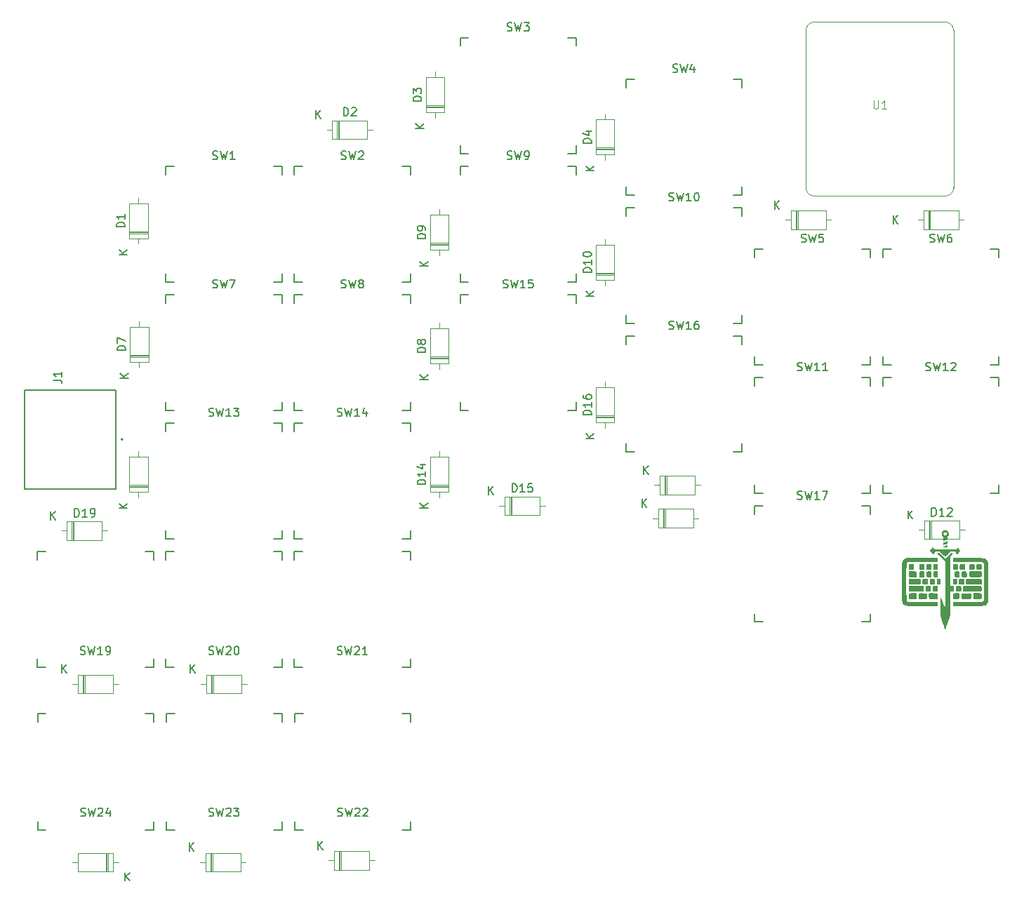
<source format=gbr>
%TF.GenerationSoftware,KiCad,Pcbnew,8.0.1*%
%TF.CreationDate,2024-04-28T21:32:14+02:00*%
%TF.ProjectId,Sword-keyboard,53776f72-642d-46b6-9579-626f6172642e,rev?*%
%TF.SameCoordinates,Original*%
%TF.FileFunction,Legend,Top*%
%TF.FilePolarity,Positive*%
%FSLAX46Y46*%
G04 Gerber Fmt 4.6, Leading zero omitted, Abs format (unit mm)*
G04 Created by KiCad (PCBNEW 8.0.1) date 2024-04-28 21:32:14*
%MOMM*%
%LPD*%
G01*
G04 APERTURE LIST*
%ADD10C,0.150000*%
%ADD11C,0.100000*%
%ADD12C,0.120000*%
%ADD13C,0.000000*%
%ADD14C,0.127000*%
%ADD15C,0.200000*%
G04 APERTURE END LIST*
D10*
X122690476Y-108152200D02*
X122833333Y-108199819D01*
X122833333Y-108199819D02*
X123071428Y-108199819D01*
X123071428Y-108199819D02*
X123166666Y-108152200D01*
X123166666Y-108152200D02*
X123214285Y-108104580D01*
X123214285Y-108104580D02*
X123261904Y-108009342D01*
X123261904Y-108009342D02*
X123261904Y-107914104D01*
X123261904Y-107914104D02*
X123214285Y-107818866D01*
X123214285Y-107818866D02*
X123166666Y-107771247D01*
X123166666Y-107771247D02*
X123071428Y-107723628D01*
X123071428Y-107723628D02*
X122880952Y-107676009D01*
X122880952Y-107676009D02*
X122785714Y-107628390D01*
X122785714Y-107628390D02*
X122738095Y-107580771D01*
X122738095Y-107580771D02*
X122690476Y-107485533D01*
X122690476Y-107485533D02*
X122690476Y-107390295D01*
X122690476Y-107390295D02*
X122738095Y-107295057D01*
X122738095Y-107295057D02*
X122785714Y-107247438D01*
X122785714Y-107247438D02*
X122880952Y-107199819D01*
X122880952Y-107199819D02*
X123119047Y-107199819D01*
X123119047Y-107199819D02*
X123261904Y-107247438D01*
X123595238Y-107199819D02*
X123833333Y-108199819D01*
X123833333Y-108199819D02*
X124023809Y-107485533D01*
X124023809Y-107485533D02*
X124214285Y-108199819D01*
X124214285Y-108199819D02*
X124452381Y-107199819D01*
X125357142Y-108199819D02*
X124785714Y-108199819D01*
X125071428Y-108199819D02*
X125071428Y-107199819D01*
X125071428Y-107199819D02*
X124976190Y-107342676D01*
X124976190Y-107342676D02*
X124880952Y-107437914D01*
X124880952Y-107437914D02*
X124785714Y-107485533D01*
X125690476Y-107199819D02*
X126309523Y-107199819D01*
X126309523Y-107199819D02*
X125976190Y-107580771D01*
X125976190Y-107580771D02*
X126119047Y-107580771D01*
X126119047Y-107580771D02*
X126214285Y-107628390D01*
X126214285Y-107628390D02*
X126261904Y-107676009D01*
X126261904Y-107676009D02*
X126309523Y-107771247D01*
X126309523Y-107771247D02*
X126309523Y-108009342D01*
X126309523Y-108009342D02*
X126261904Y-108104580D01*
X126261904Y-108104580D02*
X126214285Y-108152200D01*
X126214285Y-108152200D02*
X126119047Y-108199819D01*
X126119047Y-108199819D02*
X125833333Y-108199819D01*
X125833333Y-108199819D02*
X125738095Y-108152200D01*
X125738095Y-108152200D02*
X125690476Y-108104580D01*
X209190476Y-102652200D02*
X209333333Y-102699819D01*
X209333333Y-102699819D02*
X209571428Y-102699819D01*
X209571428Y-102699819D02*
X209666666Y-102652200D01*
X209666666Y-102652200D02*
X209714285Y-102604580D01*
X209714285Y-102604580D02*
X209761904Y-102509342D01*
X209761904Y-102509342D02*
X209761904Y-102414104D01*
X209761904Y-102414104D02*
X209714285Y-102318866D01*
X209714285Y-102318866D02*
X209666666Y-102271247D01*
X209666666Y-102271247D02*
X209571428Y-102223628D01*
X209571428Y-102223628D02*
X209380952Y-102176009D01*
X209380952Y-102176009D02*
X209285714Y-102128390D01*
X209285714Y-102128390D02*
X209238095Y-102080771D01*
X209238095Y-102080771D02*
X209190476Y-101985533D01*
X209190476Y-101985533D02*
X209190476Y-101890295D01*
X209190476Y-101890295D02*
X209238095Y-101795057D01*
X209238095Y-101795057D02*
X209285714Y-101747438D01*
X209285714Y-101747438D02*
X209380952Y-101699819D01*
X209380952Y-101699819D02*
X209619047Y-101699819D01*
X209619047Y-101699819D02*
X209761904Y-101747438D01*
X210095238Y-101699819D02*
X210333333Y-102699819D01*
X210333333Y-102699819D02*
X210523809Y-101985533D01*
X210523809Y-101985533D02*
X210714285Y-102699819D01*
X210714285Y-102699819D02*
X210952381Y-101699819D01*
X211857142Y-102699819D02*
X211285714Y-102699819D01*
X211571428Y-102699819D02*
X211571428Y-101699819D01*
X211571428Y-101699819D02*
X211476190Y-101842676D01*
X211476190Y-101842676D02*
X211380952Y-101937914D01*
X211380952Y-101937914D02*
X211285714Y-101985533D01*
X212238095Y-101795057D02*
X212285714Y-101747438D01*
X212285714Y-101747438D02*
X212380952Y-101699819D01*
X212380952Y-101699819D02*
X212619047Y-101699819D01*
X212619047Y-101699819D02*
X212714285Y-101747438D01*
X212714285Y-101747438D02*
X212761904Y-101795057D01*
X212761904Y-101795057D02*
X212809523Y-101890295D01*
X212809523Y-101890295D02*
X212809523Y-101985533D01*
X212809523Y-101985533D02*
X212761904Y-102128390D01*
X212761904Y-102128390D02*
X212190476Y-102699819D01*
X212190476Y-102699819D02*
X212809523Y-102699819D01*
X138230476Y-156407200D02*
X138373333Y-156454819D01*
X138373333Y-156454819D02*
X138611428Y-156454819D01*
X138611428Y-156454819D02*
X138706666Y-156407200D01*
X138706666Y-156407200D02*
X138754285Y-156359580D01*
X138754285Y-156359580D02*
X138801904Y-156264342D01*
X138801904Y-156264342D02*
X138801904Y-156169104D01*
X138801904Y-156169104D02*
X138754285Y-156073866D01*
X138754285Y-156073866D02*
X138706666Y-156026247D01*
X138706666Y-156026247D02*
X138611428Y-155978628D01*
X138611428Y-155978628D02*
X138420952Y-155931009D01*
X138420952Y-155931009D02*
X138325714Y-155883390D01*
X138325714Y-155883390D02*
X138278095Y-155835771D01*
X138278095Y-155835771D02*
X138230476Y-155740533D01*
X138230476Y-155740533D02*
X138230476Y-155645295D01*
X138230476Y-155645295D02*
X138278095Y-155550057D01*
X138278095Y-155550057D02*
X138325714Y-155502438D01*
X138325714Y-155502438D02*
X138420952Y-155454819D01*
X138420952Y-155454819D02*
X138659047Y-155454819D01*
X138659047Y-155454819D02*
X138801904Y-155502438D01*
X139135238Y-155454819D02*
X139373333Y-156454819D01*
X139373333Y-156454819D02*
X139563809Y-155740533D01*
X139563809Y-155740533D02*
X139754285Y-156454819D01*
X139754285Y-156454819D02*
X139992381Y-155454819D01*
X140325714Y-155550057D02*
X140373333Y-155502438D01*
X140373333Y-155502438D02*
X140468571Y-155454819D01*
X140468571Y-155454819D02*
X140706666Y-155454819D01*
X140706666Y-155454819D02*
X140801904Y-155502438D01*
X140801904Y-155502438D02*
X140849523Y-155550057D01*
X140849523Y-155550057D02*
X140897142Y-155645295D01*
X140897142Y-155645295D02*
X140897142Y-155740533D01*
X140897142Y-155740533D02*
X140849523Y-155883390D01*
X140849523Y-155883390D02*
X140278095Y-156454819D01*
X140278095Y-156454819D02*
X140897142Y-156454819D01*
X141278095Y-155550057D02*
X141325714Y-155502438D01*
X141325714Y-155502438D02*
X141420952Y-155454819D01*
X141420952Y-155454819D02*
X141659047Y-155454819D01*
X141659047Y-155454819D02*
X141754285Y-155502438D01*
X141754285Y-155502438D02*
X141801904Y-155550057D01*
X141801904Y-155550057D02*
X141849523Y-155645295D01*
X141849523Y-155645295D02*
X141849523Y-155740533D01*
X141849523Y-155740533D02*
X141801904Y-155883390D01*
X141801904Y-155883390D02*
X141230476Y-156454819D01*
X141230476Y-156454819D02*
X141849523Y-156454819D01*
X178666667Y-66652200D02*
X178809524Y-66699819D01*
X178809524Y-66699819D02*
X179047619Y-66699819D01*
X179047619Y-66699819D02*
X179142857Y-66652200D01*
X179142857Y-66652200D02*
X179190476Y-66604580D01*
X179190476Y-66604580D02*
X179238095Y-66509342D01*
X179238095Y-66509342D02*
X179238095Y-66414104D01*
X179238095Y-66414104D02*
X179190476Y-66318866D01*
X179190476Y-66318866D02*
X179142857Y-66271247D01*
X179142857Y-66271247D02*
X179047619Y-66223628D01*
X179047619Y-66223628D02*
X178857143Y-66176009D01*
X178857143Y-66176009D02*
X178761905Y-66128390D01*
X178761905Y-66128390D02*
X178714286Y-66080771D01*
X178714286Y-66080771D02*
X178666667Y-65985533D01*
X178666667Y-65985533D02*
X178666667Y-65890295D01*
X178666667Y-65890295D02*
X178714286Y-65795057D01*
X178714286Y-65795057D02*
X178761905Y-65747438D01*
X178761905Y-65747438D02*
X178857143Y-65699819D01*
X178857143Y-65699819D02*
X179095238Y-65699819D01*
X179095238Y-65699819D02*
X179238095Y-65747438D01*
X179571429Y-65699819D02*
X179809524Y-66699819D01*
X179809524Y-66699819D02*
X180000000Y-65985533D01*
X180000000Y-65985533D02*
X180190476Y-66699819D01*
X180190476Y-66699819D02*
X180428572Y-65699819D01*
X181238095Y-66033152D02*
X181238095Y-66699819D01*
X181000000Y-65652200D02*
X180761905Y-66366485D01*
X180761905Y-66366485D02*
X181380952Y-66366485D01*
X112854819Y-119281904D02*
X111854819Y-119281904D01*
X112854819Y-118710476D02*
X112283390Y-119139047D01*
X111854819Y-118710476D02*
X112426247Y-119281904D01*
X104928095Y-139154819D02*
X104928095Y-138154819D01*
X105499523Y-139154819D02*
X105070952Y-138583390D01*
X105499523Y-138154819D02*
X104928095Y-138726247D01*
X123166667Y-77152200D02*
X123309524Y-77199819D01*
X123309524Y-77199819D02*
X123547619Y-77199819D01*
X123547619Y-77199819D02*
X123642857Y-77152200D01*
X123642857Y-77152200D02*
X123690476Y-77104580D01*
X123690476Y-77104580D02*
X123738095Y-77009342D01*
X123738095Y-77009342D02*
X123738095Y-76914104D01*
X123738095Y-76914104D02*
X123690476Y-76818866D01*
X123690476Y-76818866D02*
X123642857Y-76771247D01*
X123642857Y-76771247D02*
X123547619Y-76723628D01*
X123547619Y-76723628D02*
X123357143Y-76676009D01*
X123357143Y-76676009D02*
X123261905Y-76628390D01*
X123261905Y-76628390D02*
X123214286Y-76580771D01*
X123214286Y-76580771D02*
X123166667Y-76485533D01*
X123166667Y-76485533D02*
X123166667Y-76390295D01*
X123166667Y-76390295D02*
X123214286Y-76295057D01*
X123214286Y-76295057D02*
X123261905Y-76247438D01*
X123261905Y-76247438D02*
X123357143Y-76199819D01*
X123357143Y-76199819D02*
X123595238Y-76199819D01*
X123595238Y-76199819D02*
X123738095Y-76247438D01*
X124071429Y-76199819D02*
X124309524Y-77199819D01*
X124309524Y-77199819D02*
X124500000Y-76485533D01*
X124500000Y-76485533D02*
X124690476Y-77199819D01*
X124690476Y-77199819D02*
X124928572Y-76199819D01*
X125833333Y-77199819D02*
X125261905Y-77199819D01*
X125547619Y-77199819D02*
X125547619Y-76199819D01*
X125547619Y-76199819D02*
X125452381Y-76342676D01*
X125452381Y-76342676D02*
X125357143Y-76437914D01*
X125357143Y-76437914D02*
X125261905Y-76485533D01*
X148834819Y-116414285D02*
X147834819Y-116414285D01*
X147834819Y-116414285D02*
X147834819Y-116176190D01*
X147834819Y-116176190D02*
X147882438Y-116033333D01*
X147882438Y-116033333D02*
X147977676Y-115938095D01*
X147977676Y-115938095D02*
X148072914Y-115890476D01*
X148072914Y-115890476D02*
X148263390Y-115842857D01*
X148263390Y-115842857D02*
X148406247Y-115842857D01*
X148406247Y-115842857D02*
X148596723Y-115890476D01*
X148596723Y-115890476D02*
X148691961Y-115938095D01*
X148691961Y-115938095D02*
X148787200Y-116033333D01*
X148787200Y-116033333D02*
X148834819Y-116176190D01*
X148834819Y-116176190D02*
X148834819Y-116414285D01*
X148834819Y-114890476D02*
X148834819Y-115461904D01*
X148834819Y-115176190D02*
X147834819Y-115176190D01*
X147834819Y-115176190D02*
X147977676Y-115271428D01*
X147977676Y-115271428D02*
X148072914Y-115366666D01*
X148072914Y-115366666D02*
X148120533Y-115461904D01*
X148168152Y-114033333D02*
X148834819Y-114033333D01*
X147787200Y-114271428D02*
X148501485Y-114509523D01*
X148501485Y-114509523D02*
X148501485Y-113890476D01*
X149154819Y-119271904D02*
X148154819Y-119271904D01*
X149154819Y-118700476D02*
X148583390Y-119129047D01*
X148154819Y-118700476D02*
X148726247Y-119271904D01*
X205238095Y-84954819D02*
X205238095Y-83954819D01*
X205809523Y-84954819D02*
X205380952Y-84383390D01*
X205809523Y-83954819D02*
X205238095Y-84526247D01*
X120428095Y-139154819D02*
X120428095Y-138154819D01*
X120999523Y-139154819D02*
X120570952Y-138583390D01*
X120999523Y-138154819D02*
X120428095Y-138726247D01*
X148834819Y-100448094D02*
X147834819Y-100448094D01*
X147834819Y-100448094D02*
X147834819Y-100209999D01*
X147834819Y-100209999D02*
X147882438Y-100067142D01*
X147882438Y-100067142D02*
X147977676Y-99971904D01*
X147977676Y-99971904D02*
X148072914Y-99924285D01*
X148072914Y-99924285D02*
X148263390Y-99876666D01*
X148263390Y-99876666D02*
X148406247Y-99876666D01*
X148406247Y-99876666D02*
X148596723Y-99924285D01*
X148596723Y-99924285D02*
X148691961Y-99971904D01*
X148691961Y-99971904D02*
X148787200Y-100067142D01*
X148787200Y-100067142D02*
X148834819Y-100209999D01*
X148834819Y-100209999D02*
X148834819Y-100448094D01*
X148263390Y-99305237D02*
X148215771Y-99400475D01*
X148215771Y-99400475D02*
X148168152Y-99448094D01*
X148168152Y-99448094D02*
X148072914Y-99495713D01*
X148072914Y-99495713D02*
X148025295Y-99495713D01*
X148025295Y-99495713D02*
X147930057Y-99448094D01*
X147930057Y-99448094D02*
X147882438Y-99400475D01*
X147882438Y-99400475D02*
X147834819Y-99305237D01*
X147834819Y-99305237D02*
X147834819Y-99114761D01*
X147834819Y-99114761D02*
X147882438Y-99019523D01*
X147882438Y-99019523D02*
X147930057Y-98971904D01*
X147930057Y-98971904D02*
X148025295Y-98924285D01*
X148025295Y-98924285D02*
X148072914Y-98924285D01*
X148072914Y-98924285D02*
X148168152Y-98971904D01*
X148168152Y-98971904D02*
X148215771Y-99019523D01*
X148215771Y-99019523D02*
X148263390Y-99114761D01*
X148263390Y-99114761D02*
X148263390Y-99305237D01*
X148263390Y-99305237D02*
X148311009Y-99400475D01*
X148311009Y-99400475D02*
X148358628Y-99448094D01*
X148358628Y-99448094D02*
X148453866Y-99495713D01*
X148453866Y-99495713D02*
X148644342Y-99495713D01*
X148644342Y-99495713D02*
X148739580Y-99448094D01*
X148739580Y-99448094D02*
X148787200Y-99400475D01*
X148787200Y-99400475D02*
X148834819Y-99305237D01*
X148834819Y-99305237D02*
X148834819Y-99114761D01*
X148834819Y-99114761D02*
X148787200Y-99019523D01*
X148787200Y-99019523D02*
X148739580Y-98971904D01*
X148739580Y-98971904D02*
X148644342Y-98924285D01*
X148644342Y-98924285D02*
X148453866Y-98924285D01*
X148453866Y-98924285D02*
X148358628Y-98971904D01*
X148358628Y-98971904D02*
X148311009Y-99019523D01*
X148311009Y-99019523D02*
X148263390Y-99114761D01*
X149154819Y-103781904D02*
X148154819Y-103781904D01*
X149154819Y-103210476D02*
X148583390Y-103639047D01*
X148154819Y-103210476D02*
X148726247Y-103781904D01*
X168834819Y-90824285D02*
X167834819Y-90824285D01*
X167834819Y-90824285D02*
X167834819Y-90586190D01*
X167834819Y-90586190D02*
X167882438Y-90443333D01*
X167882438Y-90443333D02*
X167977676Y-90348095D01*
X167977676Y-90348095D02*
X168072914Y-90300476D01*
X168072914Y-90300476D02*
X168263390Y-90252857D01*
X168263390Y-90252857D02*
X168406247Y-90252857D01*
X168406247Y-90252857D02*
X168596723Y-90300476D01*
X168596723Y-90300476D02*
X168691961Y-90348095D01*
X168691961Y-90348095D02*
X168787200Y-90443333D01*
X168787200Y-90443333D02*
X168834819Y-90586190D01*
X168834819Y-90586190D02*
X168834819Y-90824285D01*
X168834819Y-89300476D02*
X168834819Y-89871904D01*
X168834819Y-89586190D02*
X167834819Y-89586190D01*
X167834819Y-89586190D02*
X167977676Y-89681428D01*
X167977676Y-89681428D02*
X168072914Y-89776666D01*
X168072914Y-89776666D02*
X168120533Y-89871904D01*
X167834819Y-88681428D02*
X167834819Y-88586190D01*
X167834819Y-88586190D02*
X167882438Y-88490952D01*
X167882438Y-88490952D02*
X167930057Y-88443333D01*
X167930057Y-88443333D02*
X168025295Y-88395714D01*
X168025295Y-88395714D02*
X168215771Y-88348095D01*
X168215771Y-88348095D02*
X168453866Y-88348095D01*
X168453866Y-88348095D02*
X168644342Y-88395714D01*
X168644342Y-88395714D02*
X168739580Y-88443333D01*
X168739580Y-88443333D02*
X168787200Y-88490952D01*
X168787200Y-88490952D02*
X168834819Y-88586190D01*
X168834819Y-88586190D02*
X168834819Y-88681428D01*
X168834819Y-88681428D02*
X168787200Y-88776666D01*
X168787200Y-88776666D02*
X168739580Y-88824285D01*
X168739580Y-88824285D02*
X168644342Y-88871904D01*
X168644342Y-88871904D02*
X168453866Y-88919523D01*
X168453866Y-88919523D02*
X168215771Y-88919523D01*
X168215771Y-88919523D02*
X168025295Y-88871904D01*
X168025295Y-88871904D02*
X167930057Y-88824285D01*
X167930057Y-88824285D02*
X167882438Y-88776666D01*
X167882438Y-88776666D02*
X167834819Y-88681428D01*
X169154819Y-93681904D02*
X168154819Y-93681904D01*
X169154819Y-93110476D02*
X168583390Y-93539047D01*
X168154819Y-93110476D02*
X168726247Y-93681904D01*
X107230476Y-156407200D02*
X107373333Y-156454819D01*
X107373333Y-156454819D02*
X107611428Y-156454819D01*
X107611428Y-156454819D02*
X107706666Y-156407200D01*
X107706666Y-156407200D02*
X107754285Y-156359580D01*
X107754285Y-156359580D02*
X107801904Y-156264342D01*
X107801904Y-156264342D02*
X107801904Y-156169104D01*
X107801904Y-156169104D02*
X107754285Y-156073866D01*
X107754285Y-156073866D02*
X107706666Y-156026247D01*
X107706666Y-156026247D02*
X107611428Y-155978628D01*
X107611428Y-155978628D02*
X107420952Y-155931009D01*
X107420952Y-155931009D02*
X107325714Y-155883390D01*
X107325714Y-155883390D02*
X107278095Y-155835771D01*
X107278095Y-155835771D02*
X107230476Y-155740533D01*
X107230476Y-155740533D02*
X107230476Y-155645295D01*
X107230476Y-155645295D02*
X107278095Y-155550057D01*
X107278095Y-155550057D02*
X107325714Y-155502438D01*
X107325714Y-155502438D02*
X107420952Y-155454819D01*
X107420952Y-155454819D02*
X107659047Y-155454819D01*
X107659047Y-155454819D02*
X107801904Y-155502438D01*
X108135238Y-155454819D02*
X108373333Y-156454819D01*
X108373333Y-156454819D02*
X108563809Y-155740533D01*
X108563809Y-155740533D02*
X108754285Y-156454819D01*
X108754285Y-156454819D02*
X108992381Y-155454819D01*
X109325714Y-155550057D02*
X109373333Y-155502438D01*
X109373333Y-155502438D02*
X109468571Y-155454819D01*
X109468571Y-155454819D02*
X109706666Y-155454819D01*
X109706666Y-155454819D02*
X109801904Y-155502438D01*
X109801904Y-155502438D02*
X109849523Y-155550057D01*
X109849523Y-155550057D02*
X109897142Y-155645295D01*
X109897142Y-155645295D02*
X109897142Y-155740533D01*
X109897142Y-155740533D02*
X109849523Y-155883390D01*
X109849523Y-155883390D02*
X109278095Y-156454819D01*
X109278095Y-156454819D02*
X109897142Y-156454819D01*
X110754285Y-155788152D02*
X110754285Y-156454819D01*
X110516190Y-155407200D02*
X110278095Y-156121485D01*
X110278095Y-156121485D02*
X110897142Y-156121485D01*
X112534819Y-85338094D02*
X111534819Y-85338094D01*
X111534819Y-85338094D02*
X111534819Y-85099999D01*
X111534819Y-85099999D02*
X111582438Y-84957142D01*
X111582438Y-84957142D02*
X111677676Y-84861904D01*
X111677676Y-84861904D02*
X111772914Y-84814285D01*
X111772914Y-84814285D02*
X111963390Y-84766666D01*
X111963390Y-84766666D02*
X112106247Y-84766666D01*
X112106247Y-84766666D02*
X112296723Y-84814285D01*
X112296723Y-84814285D02*
X112391961Y-84861904D01*
X112391961Y-84861904D02*
X112487200Y-84957142D01*
X112487200Y-84957142D02*
X112534819Y-85099999D01*
X112534819Y-85099999D02*
X112534819Y-85338094D01*
X112534819Y-83814285D02*
X112534819Y-84385713D01*
X112534819Y-84099999D02*
X111534819Y-84099999D01*
X111534819Y-84099999D02*
X111677676Y-84195237D01*
X111677676Y-84195237D02*
X111772914Y-84290475D01*
X111772914Y-84290475D02*
X111820533Y-84385713D01*
X112854819Y-88671904D02*
X111854819Y-88671904D01*
X112854819Y-88100476D02*
X112283390Y-88529047D01*
X111854819Y-88100476D02*
X112426247Y-88671904D01*
X138190476Y-108152200D02*
X138333333Y-108199819D01*
X138333333Y-108199819D02*
X138571428Y-108199819D01*
X138571428Y-108199819D02*
X138666666Y-108152200D01*
X138666666Y-108152200D02*
X138714285Y-108104580D01*
X138714285Y-108104580D02*
X138761904Y-108009342D01*
X138761904Y-108009342D02*
X138761904Y-107914104D01*
X138761904Y-107914104D02*
X138714285Y-107818866D01*
X138714285Y-107818866D02*
X138666666Y-107771247D01*
X138666666Y-107771247D02*
X138571428Y-107723628D01*
X138571428Y-107723628D02*
X138380952Y-107676009D01*
X138380952Y-107676009D02*
X138285714Y-107628390D01*
X138285714Y-107628390D02*
X138238095Y-107580771D01*
X138238095Y-107580771D02*
X138190476Y-107485533D01*
X138190476Y-107485533D02*
X138190476Y-107390295D01*
X138190476Y-107390295D02*
X138238095Y-107295057D01*
X138238095Y-107295057D02*
X138285714Y-107247438D01*
X138285714Y-107247438D02*
X138380952Y-107199819D01*
X138380952Y-107199819D02*
X138619047Y-107199819D01*
X138619047Y-107199819D02*
X138761904Y-107247438D01*
X139095238Y-107199819D02*
X139333333Y-108199819D01*
X139333333Y-108199819D02*
X139523809Y-107485533D01*
X139523809Y-107485533D02*
X139714285Y-108199819D01*
X139714285Y-108199819D02*
X139952381Y-107199819D01*
X140857142Y-108199819D02*
X140285714Y-108199819D01*
X140571428Y-108199819D02*
X140571428Y-107199819D01*
X140571428Y-107199819D02*
X140476190Y-107342676D01*
X140476190Y-107342676D02*
X140380952Y-107437914D01*
X140380952Y-107437914D02*
X140285714Y-107485533D01*
X141714285Y-107533152D02*
X141714285Y-108199819D01*
X141476190Y-107152200D02*
X141238095Y-107866485D01*
X141238095Y-107866485D02*
X141857142Y-107866485D01*
X158666667Y-77152200D02*
X158809524Y-77199819D01*
X158809524Y-77199819D02*
X159047619Y-77199819D01*
X159047619Y-77199819D02*
X159142857Y-77152200D01*
X159142857Y-77152200D02*
X159190476Y-77104580D01*
X159190476Y-77104580D02*
X159238095Y-77009342D01*
X159238095Y-77009342D02*
X159238095Y-76914104D01*
X159238095Y-76914104D02*
X159190476Y-76818866D01*
X159190476Y-76818866D02*
X159142857Y-76771247D01*
X159142857Y-76771247D02*
X159047619Y-76723628D01*
X159047619Y-76723628D02*
X158857143Y-76676009D01*
X158857143Y-76676009D02*
X158761905Y-76628390D01*
X158761905Y-76628390D02*
X158714286Y-76580771D01*
X158714286Y-76580771D02*
X158666667Y-76485533D01*
X158666667Y-76485533D02*
X158666667Y-76390295D01*
X158666667Y-76390295D02*
X158714286Y-76295057D01*
X158714286Y-76295057D02*
X158761905Y-76247438D01*
X158761905Y-76247438D02*
X158857143Y-76199819D01*
X158857143Y-76199819D02*
X159095238Y-76199819D01*
X159095238Y-76199819D02*
X159238095Y-76247438D01*
X159571429Y-76199819D02*
X159809524Y-77199819D01*
X159809524Y-77199819D02*
X160000000Y-76485533D01*
X160000000Y-76485533D02*
X160190476Y-77199819D01*
X160190476Y-77199819D02*
X160428572Y-76199819D01*
X160857143Y-77199819D02*
X161047619Y-77199819D01*
X161047619Y-77199819D02*
X161142857Y-77152200D01*
X161142857Y-77152200D02*
X161190476Y-77104580D01*
X161190476Y-77104580D02*
X161285714Y-76961723D01*
X161285714Y-76961723D02*
X161333333Y-76771247D01*
X161333333Y-76771247D02*
X161333333Y-76390295D01*
X161333333Y-76390295D02*
X161285714Y-76295057D01*
X161285714Y-76295057D02*
X161238095Y-76247438D01*
X161238095Y-76247438D02*
X161142857Y-76199819D01*
X161142857Y-76199819D02*
X160952381Y-76199819D01*
X160952381Y-76199819D02*
X160857143Y-76247438D01*
X160857143Y-76247438D02*
X160809524Y-76295057D01*
X160809524Y-76295057D02*
X160761905Y-76390295D01*
X160761905Y-76390295D02*
X160761905Y-76628390D01*
X160761905Y-76628390D02*
X160809524Y-76723628D01*
X160809524Y-76723628D02*
X160857143Y-76771247D01*
X160857143Y-76771247D02*
X160952381Y-76818866D01*
X160952381Y-76818866D02*
X161142857Y-76818866D01*
X161142857Y-76818866D02*
X161238095Y-76771247D01*
X161238095Y-76771247D02*
X161285714Y-76723628D01*
X161285714Y-76723628D02*
X161333333Y-76628390D01*
X123166667Y-92652200D02*
X123309524Y-92699819D01*
X123309524Y-92699819D02*
X123547619Y-92699819D01*
X123547619Y-92699819D02*
X123642857Y-92652200D01*
X123642857Y-92652200D02*
X123690476Y-92604580D01*
X123690476Y-92604580D02*
X123738095Y-92509342D01*
X123738095Y-92509342D02*
X123738095Y-92414104D01*
X123738095Y-92414104D02*
X123690476Y-92318866D01*
X123690476Y-92318866D02*
X123642857Y-92271247D01*
X123642857Y-92271247D02*
X123547619Y-92223628D01*
X123547619Y-92223628D02*
X123357143Y-92176009D01*
X123357143Y-92176009D02*
X123261905Y-92128390D01*
X123261905Y-92128390D02*
X123214286Y-92080771D01*
X123214286Y-92080771D02*
X123166667Y-91985533D01*
X123166667Y-91985533D02*
X123166667Y-91890295D01*
X123166667Y-91890295D02*
X123214286Y-91795057D01*
X123214286Y-91795057D02*
X123261905Y-91747438D01*
X123261905Y-91747438D02*
X123357143Y-91699819D01*
X123357143Y-91699819D02*
X123595238Y-91699819D01*
X123595238Y-91699819D02*
X123738095Y-91747438D01*
X124071429Y-91699819D02*
X124309524Y-92699819D01*
X124309524Y-92699819D02*
X124500000Y-91985533D01*
X124500000Y-91985533D02*
X124690476Y-92699819D01*
X124690476Y-92699819D02*
X124928572Y-91699819D01*
X125214286Y-91699819D02*
X125880952Y-91699819D01*
X125880952Y-91699819D02*
X125452381Y-92699819D01*
X159285714Y-117334819D02*
X159285714Y-116334819D01*
X159285714Y-116334819D02*
X159523809Y-116334819D01*
X159523809Y-116334819D02*
X159666666Y-116382438D01*
X159666666Y-116382438D02*
X159761904Y-116477676D01*
X159761904Y-116477676D02*
X159809523Y-116572914D01*
X159809523Y-116572914D02*
X159857142Y-116763390D01*
X159857142Y-116763390D02*
X159857142Y-116906247D01*
X159857142Y-116906247D02*
X159809523Y-117096723D01*
X159809523Y-117096723D02*
X159761904Y-117191961D01*
X159761904Y-117191961D02*
X159666666Y-117287200D01*
X159666666Y-117287200D02*
X159523809Y-117334819D01*
X159523809Y-117334819D02*
X159285714Y-117334819D01*
X160809523Y-117334819D02*
X160238095Y-117334819D01*
X160523809Y-117334819D02*
X160523809Y-116334819D01*
X160523809Y-116334819D02*
X160428571Y-116477676D01*
X160428571Y-116477676D02*
X160333333Y-116572914D01*
X160333333Y-116572914D02*
X160238095Y-116620533D01*
X161714285Y-116334819D02*
X161238095Y-116334819D01*
X161238095Y-116334819D02*
X161190476Y-116811009D01*
X161190476Y-116811009D02*
X161238095Y-116763390D01*
X161238095Y-116763390D02*
X161333333Y-116715771D01*
X161333333Y-116715771D02*
X161571428Y-116715771D01*
X161571428Y-116715771D02*
X161666666Y-116763390D01*
X161666666Y-116763390D02*
X161714285Y-116811009D01*
X161714285Y-116811009D02*
X161761904Y-116906247D01*
X161761904Y-116906247D02*
X161761904Y-117144342D01*
X161761904Y-117144342D02*
X161714285Y-117239580D01*
X161714285Y-117239580D02*
X161666666Y-117287200D01*
X161666666Y-117287200D02*
X161571428Y-117334819D01*
X161571428Y-117334819D02*
X161333333Y-117334819D01*
X161333333Y-117334819D02*
X161238095Y-117287200D01*
X161238095Y-117287200D02*
X161190476Y-117239580D01*
X156428095Y-117654819D02*
X156428095Y-116654819D01*
X156999523Y-117654819D02*
X156570952Y-117083390D01*
X156999523Y-116654819D02*
X156428095Y-117226247D01*
X168834819Y-75238094D02*
X167834819Y-75238094D01*
X167834819Y-75238094D02*
X167834819Y-74999999D01*
X167834819Y-74999999D02*
X167882438Y-74857142D01*
X167882438Y-74857142D02*
X167977676Y-74761904D01*
X167977676Y-74761904D02*
X168072914Y-74714285D01*
X168072914Y-74714285D02*
X168263390Y-74666666D01*
X168263390Y-74666666D02*
X168406247Y-74666666D01*
X168406247Y-74666666D02*
X168596723Y-74714285D01*
X168596723Y-74714285D02*
X168691961Y-74761904D01*
X168691961Y-74761904D02*
X168787200Y-74857142D01*
X168787200Y-74857142D02*
X168834819Y-74999999D01*
X168834819Y-74999999D02*
X168834819Y-75238094D01*
X168168152Y-73809523D02*
X168834819Y-73809523D01*
X167787200Y-74047618D02*
X168501485Y-74285713D01*
X168501485Y-74285713D02*
X168501485Y-73666666D01*
X169154819Y-78571904D02*
X168154819Y-78571904D01*
X169154819Y-78000476D02*
X168583390Y-78429047D01*
X168154819Y-78000476D02*
X168726247Y-78571904D01*
X112548095Y-164254819D02*
X112548095Y-163254819D01*
X113119523Y-164254819D02*
X112690952Y-163683390D01*
X113119523Y-163254819D02*
X112548095Y-163826247D01*
X178190476Y-82152200D02*
X178333333Y-82199819D01*
X178333333Y-82199819D02*
X178571428Y-82199819D01*
X178571428Y-82199819D02*
X178666666Y-82152200D01*
X178666666Y-82152200D02*
X178714285Y-82104580D01*
X178714285Y-82104580D02*
X178761904Y-82009342D01*
X178761904Y-82009342D02*
X178761904Y-81914104D01*
X178761904Y-81914104D02*
X178714285Y-81818866D01*
X178714285Y-81818866D02*
X178666666Y-81771247D01*
X178666666Y-81771247D02*
X178571428Y-81723628D01*
X178571428Y-81723628D02*
X178380952Y-81676009D01*
X178380952Y-81676009D02*
X178285714Y-81628390D01*
X178285714Y-81628390D02*
X178238095Y-81580771D01*
X178238095Y-81580771D02*
X178190476Y-81485533D01*
X178190476Y-81485533D02*
X178190476Y-81390295D01*
X178190476Y-81390295D02*
X178238095Y-81295057D01*
X178238095Y-81295057D02*
X178285714Y-81247438D01*
X178285714Y-81247438D02*
X178380952Y-81199819D01*
X178380952Y-81199819D02*
X178619047Y-81199819D01*
X178619047Y-81199819D02*
X178761904Y-81247438D01*
X179095238Y-81199819D02*
X179333333Y-82199819D01*
X179333333Y-82199819D02*
X179523809Y-81485533D01*
X179523809Y-81485533D02*
X179714285Y-82199819D01*
X179714285Y-82199819D02*
X179952381Y-81199819D01*
X180857142Y-82199819D02*
X180285714Y-82199819D01*
X180571428Y-82199819D02*
X180571428Y-81199819D01*
X180571428Y-81199819D02*
X180476190Y-81342676D01*
X180476190Y-81342676D02*
X180380952Y-81437914D01*
X180380952Y-81437914D02*
X180285714Y-81485533D01*
X181476190Y-81199819D02*
X181571428Y-81199819D01*
X181571428Y-81199819D02*
X181666666Y-81247438D01*
X181666666Y-81247438D02*
X181714285Y-81295057D01*
X181714285Y-81295057D02*
X181761904Y-81390295D01*
X181761904Y-81390295D02*
X181809523Y-81580771D01*
X181809523Y-81580771D02*
X181809523Y-81818866D01*
X181809523Y-81818866D02*
X181761904Y-82009342D01*
X181761904Y-82009342D02*
X181714285Y-82104580D01*
X181714285Y-82104580D02*
X181666666Y-82152200D01*
X181666666Y-82152200D02*
X181571428Y-82199819D01*
X181571428Y-82199819D02*
X181476190Y-82199819D01*
X181476190Y-82199819D02*
X181380952Y-82152200D01*
X181380952Y-82152200D02*
X181333333Y-82104580D01*
X181333333Y-82104580D02*
X181285714Y-82009342D01*
X181285714Y-82009342D02*
X181238095Y-81818866D01*
X181238095Y-81818866D02*
X181238095Y-81580771D01*
X181238095Y-81580771D02*
X181285714Y-81390295D01*
X181285714Y-81390295D02*
X181333333Y-81295057D01*
X181333333Y-81295057D02*
X181380952Y-81247438D01*
X181380952Y-81247438D02*
X181476190Y-81199819D01*
X209666667Y-87152200D02*
X209809524Y-87199819D01*
X209809524Y-87199819D02*
X210047619Y-87199819D01*
X210047619Y-87199819D02*
X210142857Y-87152200D01*
X210142857Y-87152200D02*
X210190476Y-87104580D01*
X210190476Y-87104580D02*
X210238095Y-87009342D01*
X210238095Y-87009342D02*
X210238095Y-86914104D01*
X210238095Y-86914104D02*
X210190476Y-86818866D01*
X210190476Y-86818866D02*
X210142857Y-86771247D01*
X210142857Y-86771247D02*
X210047619Y-86723628D01*
X210047619Y-86723628D02*
X209857143Y-86676009D01*
X209857143Y-86676009D02*
X209761905Y-86628390D01*
X209761905Y-86628390D02*
X209714286Y-86580771D01*
X209714286Y-86580771D02*
X209666667Y-86485533D01*
X209666667Y-86485533D02*
X209666667Y-86390295D01*
X209666667Y-86390295D02*
X209714286Y-86295057D01*
X209714286Y-86295057D02*
X209761905Y-86247438D01*
X209761905Y-86247438D02*
X209857143Y-86199819D01*
X209857143Y-86199819D02*
X210095238Y-86199819D01*
X210095238Y-86199819D02*
X210238095Y-86247438D01*
X210571429Y-86199819D02*
X210809524Y-87199819D01*
X210809524Y-87199819D02*
X211000000Y-86485533D01*
X211000000Y-86485533D02*
X211190476Y-87199819D01*
X211190476Y-87199819D02*
X211428572Y-86199819D01*
X212238095Y-86199819D02*
X212047619Y-86199819D01*
X212047619Y-86199819D02*
X211952381Y-86247438D01*
X211952381Y-86247438D02*
X211904762Y-86295057D01*
X211904762Y-86295057D02*
X211809524Y-86437914D01*
X211809524Y-86437914D02*
X211761905Y-86628390D01*
X211761905Y-86628390D02*
X211761905Y-87009342D01*
X211761905Y-87009342D02*
X211809524Y-87104580D01*
X211809524Y-87104580D02*
X211857143Y-87152200D01*
X211857143Y-87152200D02*
X211952381Y-87199819D01*
X211952381Y-87199819D02*
X212142857Y-87199819D01*
X212142857Y-87199819D02*
X212238095Y-87152200D01*
X212238095Y-87152200D02*
X212285714Y-87104580D01*
X212285714Y-87104580D02*
X212333333Y-87009342D01*
X212333333Y-87009342D02*
X212333333Y-86771247D01*
X212333333Y-86771247D02*
X212285714Y-86676009D01*
X212285714Y-86676009D02*
X212238095Y-86628390D01*
X212238095Y-86628390D02*
X212142857Y-86580771D01*
X212142857Y-86580771D02*
X211952381Y-86580771D01*
X211952381Y-86580771D02*
X211857143Y-86628390D01*
X211857143Y-86628390D02*
X211809524Y-86676009D01*
X211809524Y-86676009D02*
X211761905Y-86771247D01*
X106475714Y-120334819D02*
X106475714Y-119334819D01*
X106475714Y-119334819D02*
X106713809Y-119334819D01*
X106713809Y-119334819D02*
X106856666Y-119382438D01*
X106856666Y-119382438D02*
X106951904Y-119477676D01*
X106951904Y-119477676D02*
X106999523Y-119572914D01*
X106999523Y-119572914D02*
X107047142Y-119763390D01*
X107047142Y-119763390D02*
X107047142Y-119906247D01*
X107047142Y-119906247D02*
X106999523Y-120096723D01*
X106999523Y-120096723D02*
X106951904Y-120191961D01*
X106951904Y-120191961D02*
X106856666Y-120287200D01*
X106856666Y-120287200D02*
X106713809Y-120334819D01*
X106713809Y-120334819D02*
X106475714Y-120334819D01*
X107999523Y-120334819D02*
X107428095Y-120334819D01*
X107713809Y-120334819D02*
X107713809Y-119334819D01*
X107713809Y-119334819D02*
X107618571Y-119477676D01*
X107618571Y-119477676D02*
X107523333Y-119572914D01*
X107523333Y-119572914D02*
X107428095Y-119620533D01*
X108475714Y-120334819D02*
X108666190Y-120334819D01*
X108666190Y-120334819D02*
X108761428Y-120287200D01*
X108761428Y-120287200D02*
X108809047Y-120239580D01*
X108809047Y-120239580D02*
X108904285Y-120096723D01*
X108904285Y-120096723D02*
X108951904Y-119906247D01*
X108951904Y-119906247D02*
X108951904Y-119525295D01*
X108951904Y-119525295D02*
X108904285Y-119430057D01*
X108904285Y-119430057D02*
X108856666Y-119382438D01*
X108856666Y-119382438D02*
X108761428Y-119334819D01*
X108761428Y-119334819D02*
X108570952Y-119334819D01*
X108570952Y-119334819D02*
X108475714Y-119382438D01*
X108475714Y-119382438D02*
X108428095Y-119430057D01*
X108428095Y-119430057D02*
X108380476Y-119525295D01*
X108380476Y-119525295D02*
X108380476Y-119763390D01*
X108380476Y-119763390D02*
X108428095Y-119858628D01*
X108428095Y-119858628D02*
X108475714Y-119906247D01*
X108475714Y-119906247D02*
X108570952Y-119953866D01*
X108570952Y-119953866D02*
X108761428Y-119953866D01*
X108761428Y-119953866D02*
X108856666Y-119906247D01*
X108856666Y-119906247D02*
X108904285Y-119858628D01*
X108904285Y-119858628D02*
X108951904Y-119763390D01*
X103618095Y-120654819D02*
X103618095Y-119654819D01*
X104189523Y-120654819D02*
X103760952Y-120083390D01*
X104189523Y-119654819D02*
X103618095Y-120226247D01*
X193690476Y-102652200D02*
X193833333Y-102699819D01*
X193833333Y-102699819D02*
X194071428Y-102699819D01*
X194071428Y-102699819D02*
X194166666Y-102652200D01*
X194166666Y-102652200D02*
X194214285Y-102604580D01*
X194214285Y-102604580D02*
X194261904Y-102509342D01*
X194261904Y-102509342D02*
X194261904Y-102414104D01*
X194261904Y-102414104D02*
X194214285Y-102318866D01*
X194214285Y-102318866D02*
X194166666Y-102271247D01*
X194166666Y-102271247D02*
X194071428Y-102223628D01*
X194071428Y-102223628D02*
X193880952Y-102176009D01*
X193880952Y-102176009D02*
X193785714Y-102128390D01*
X193785714Y-102128390D02*
X193738095Y-102080771D01*
X193738095Y-102080771D02*
X193690476Y-101985533D01*
X193690476Y-101985533D02*
X193690476Y-101890295D01*
X193690476Y-101890295D02*
X193738095Y-101795057D01*
X193738095Y-101795057D02*
X193785714Y-101747438D01*
X193785714Y-101747438D02*
X193880952Y-101699819D01*
X193880952Y-101699819D02*
X194119047Y-101699819D01*
X194119047Y-101699819D02*
X194261904Y-101747438D01*
X194595238Y-101699819D02*
X194833333Y-102699819D01*
X194833333Y-102699819D02*
X195023809Y-101985533D01*
X195023809Y-101985533D02*
X195214285Y-102699819D01*
X195214285Y-102699819D02*
X195452381Y-101699819D01*
X196357142Y-102699819D02*
X195785714Y-102699819D01*
X196071428Y-102699819D02*
X196071428Y-101699819D01*
X196071428Y-101699819D02*
X195976190Y-101842676D01*
X195976190Y-101842676D02*
X195880952Y-101937914D01*
X195880952Y-101937914D02*
X195785714Y-101985533D01*
X197309523Y-102699819D02*
X196738095Y-102699819D01*
X197023809Y-102699819D02*
X197023809Y-101699819D01*
X197023809Y-101699819D02*
X196928571Y-101842676D01*
X196928571Y-101842676D02*
X196833333Y-101937914D01*
X196833333Y-101937914D02*
X196738095Y-101985533D01*
X193690476Y-118152200D02*
X193833333Y-118199819D01*
X193833333Y-118199819D02*
X194071428Y-118199819D01*
X194071428Y-118199819D02*
X194166666Y-118152200D01*
X194166666Y-118152200D02*
X194214285Y-118104580D01*
X194214285Y-118104580D02*
X194261904Y-118009342D01*
X194261904Y-118009342D02*
X194261904Y-117914104D01*
X194261904Y-117914104D02*
X194214285Y-117818866D01*
X194214285Y-117818866D02*
X194166666Y-117771247D01*
X194166666Y-117771247D02*
X194071428Y-117723628D01*
X194071428Y-117723628D02*
X193880952Y-117676009D01*
X193880952Y-117676009D02*
X193785714Y-117628390D01*
X193785714Y-117628390D02*
X193738095Y-117580771D01*
X193738095Y-117580771D02*
X193690476Y-117485533D01*
X193690476Y-117485533D02*
X193690476Y-117390295D01*
X193690476Y-117390295D02*
X193738095Y-117295057D01*
X193738095Y-117295057D02*
X193785714Y-117247438D01*
X193785714Y-117247438D02*
X193880952Y-117199819D01*
X193880952Y-117199819D02*
X194119047Y-117199819D01*
X194119047Y-117199819D02*
X194261904Y-117247438D01*
X194595238Y-117199819D02*
X194833333Y-118199819D01*
X194833333Y-118199819D02*
X195023809Y-117485533D01*
X195023809Y-117485533D02*
X195214285Y-118199819D01*
X195214285Y-118199819D02*
X195452381Y-117199819D01*
X196357142Y-118199819D02*
X195785714Y-118199819D01*
X196071428Y-118199819D02*
X196071428Y-117199819D01*
X196071428Y-117199819D02*
X195976190Y-117342676D01*
X195976190Y-117342676D02*
X195880952Y-117437914D01*
X195880952Y-117437914D02*
X195785714Y-117485533D01*
X196690476Y-117199819D02*
X197357142Y-117199819D01*
X197357142Y-117199819D02*
X196928571Y-118199819D01*
X194166667Y-87152200D02*
X194309524Y-87199819D01*
X194309524Y-87199819D02*
X194547619Y-87199819D01*
X194547619Y-87199819D02*
X194642857Y-87152200D01*
X194642857Y-87152200D02*
X194690476Y-87104580D01*
X194690476Y-87104580D02*
X194738095Y-87009342D01*
X194738095Y-87009342D02*
X194738095Y-86914104D01*
X194738095Y-86914104D02*
X194690476Y-86818866D01*
X194690476Y-86818866D02*
X194642857Y-86771247D01*
X194642857Y-86771247D02*
X194547619Y-86723628D01*
X194547619Y-86723628D02*
X194357143Y-86676009D01*
X194357143Y-86676009D02*
X194261905Y-86628390D01*
X194261905Y-86628390D02*
X194214286Y-86580771D01*
X194214286Y-86580771D02*
X194166667Y-86485533D01*
X194166667Y-86485533D02*
X194166667Y-86390295D01*
X194166667Y-86390295D02*
X194214286Y-86295057D01*
X194214286Y-86295057D02*
X194261905Y-86247438D01*
X194261905Y-86247438D02*
X194357143Y-86199819D01*
X194357143Y-86199819D02*
X194595238Y-86199819D01*
X194595238Y-86199819D02*
X194738095Y-86247438D01*
X195071429Y-86199819D02*
X195309524Y-87199819D01*
X195309524Y-87199819D02*
X195500000Y-86485533D01*
X195500000Y-86485533D02*
X195690476Y-87199819D01*
X195690476Y-87199819D02*
X195928572Y-86199819D01*
X196785714Y-86199819D02*
X196309524Y-86199819D01*
X196309524Y-86199819D02*
X196261905Y-86676009D01*
X196261905Y-86676009D02*
X196309524Y-86628390D01*
X196309524Y-86628390D02*
X196404762Y-86580771D01*
X196404762Y-86580771D02*
X196642857Y-86580771D01*
X196642857Y-86580771D02*
X196738095Y-86628390D01*
X196738095Y-86628390D02*
X196785714Y-86676009D01*
X196785714Y-86676009D02*
X196833333Y-86771247D01*
X196833333Y-86771247D02*
X196833333Y-87009342D01*
X196833333Y-87009342D02*
X196785714Y-87104580D01*
X196785714Y-87104580D02*
X196738095Y-87152200D01*
X196738095Y-87152200D02*
X196642857Y-87199819D01*
X196642857Y-87199819D02*
X196404762Y-87199819D01*
X196404762Y-87199819D02*
X196309524Y-87152200D01*
X196309524Y-87152200D02*
X196261905Y-87104580D01*
X138190476Y-136907200D02*
X138333333Y-136954819D01*
X138333333Y-136954819D02*
X138571428Y-136954819D01*
X138571428Y-136954819D02*
X138666666Y-136907200D01*
X138666666Y-136907200D02*
X138714285Y-136859580D01*
X138714285Y-136859580D02*
X138761904Y-136764342D01*
X138761904Y-136764342D02*
X138761904Y-136669104D01*
X138761904Y-136669104D02*
X138714285Y-136573866D01*
X138714285Y-136573866D02*
X138666666Y-136526247D01*
X138666666Y-136526247D02*
X138571428Y-136478628D01*
X138571428Y-136478628D02*
X138380952Y-136431009D01*
X138380952Y-136431009D02*
X138285714Y-136383390D01*
X138285714Y-136383390D02*
X138238095Y-136335771D01*
X138238095Y-136335771D02*
X138190476Y-136240533D01*
X138190476Y-136240533D02*
X138190476Y-136145295D01*
X138190476Y-136145295D02*
X138238095Y-136050057D01*
X138238095Y-136050057D02*
X138285714Y-136002438D01*
X138285714Y-136002438D02*
X138380952Y-135954819D01*
X138380952Y-135954819D02*
X138619047Y-135954819D01*
X138619047Y-135954819D02*
X138761904Y-136002438D01*
X139095238Y-135954819D02*
X139333333Y-136954819D01*
X139333333Y-136954819D02*
X139523809Y-136240533D01*
X139523809Y-136240533D02*
X139714285Y-136954819D01*
X139714285Y-136954819D02*
X139952381Y-135954819D01*
X140285714Y-136050057D02*
X140333333Y-136002438D01*
X140333333Y-136002438D02*
X140428571Y-135954819D01*
X140428571Y-135954819D02*
X140666666Y-135954819D01*
X140666666Y-135954819D02*
X140761904Y-136002438D01*
X140761904Y-136002438D02*
X140809523Y-136050057D01*
X140809523Y-136050057D02*
X140857142Y-136145295D01*
X140857142Y-136145295D02*
X140857142Y-136240533D01*
X140857142Y-136240533D02*
X140809523Y-136383390D01*
X140809523Y-136383390D02*
X140238095Y-136954819D01*
X140238095Y-136954819D02*
X140857142Y-136954819D01*
X141809523Y-136954819D02*
X141238095Y-136954819D01*
X141523809Y-136954819D02*
X141523809Y-135954819D01*
X141523809Y-135954819D02*
X141428571Y-136097676D01*
X141428571Y-136097676D02*
X141333333Y-136192914D01*
X141333333Y-136192914D02*
X141238095Y-136240533D01*
X138666667Y-77152200D02*
X138809524Y-77199819D01*
X138809524Y-77199819D02*
X139047619Y-77199819D01*
X139047619Y-77199819D02*
X139142857Y-77152200D01*
X139142857Y-77152200D02*
X139190476Y-77104580D01*
X139190476Y-77104580D02*
X139238095Y-77009342D01*
X139238095Y-77009342D02*
X139238095Y-76914104D01*
X139238095Y-76914104D02*
X139190476Y-76818866D01*
X139190476Y-76818866D02*
X139142857Y-76771247D01*
X139142857Y-76771247D02*
X139047619Y-76723628D01*
X139047619Y-76723628D02*
X138857143Y-76676009D01*
X138857143Y-76676009D02*
X138761905Y-76628390D01*
X138761905Y-76628390D02*
X138714286Y-76580771D01*
X138714286Y-76580771D02*
X138666667Y-76485533D01*
X138666667Y-76485533D02*
X138666667Y-76390295D01*
X138666667Y-76390295D02*
X138714286Y-76295057D01*
X138714286Y-76295057D02*
X138761905Y-76247438D01*
X138761905Y-76247438D02*
X138857143Y-76199819D01*
X138857143Y-76199819D02*
X139095238Y-76199819D01*
X139095238Y-76199819D02*
X139238095Y-76247438D01*
X139571429Y-76199819D02*
X139809524Y-77199819D01*
X139809524Y-77199819D02*
X140000000Y-76485533D01*
X140000000Y-76485533D02*
X140190476Y-77199819D01*
X140190476Y-77199819D02*
X140428572Y-76199819D01*
X140761905Y-76295057D02*
X140809524Y-76247438D01*
X140809524Y-76247438D02*
X140904762Y-76199819D01*
X140904762Y-76199819D02*
X141142857Y-76199819D01*
X141142857Y-76199819D02*
X141238095Y-76247438D01*
X141238095Y-76247438D02*
X141285714Y-76295057D01*
X141285714Y-76295057D02*
X141333333Y-76390295D01*
X141333333Y-76390295D02*
X141333333Y-76485533D01*
X141333333Y-76485533D02*
X141285714Y-76628390D01*
X141285714Y-76628390D02*
X140714286Y-77199819D01*
X140714286Y-77199819D02*
X141333333Y-77199819D01*
X112634819Y-100248094D02*
X111634819Y-100248094D01*
X111634819Y-100248094D02*
X111634819Y-100009999D01*
X111634819Y-100009999D02*
X111682438Y-99867142D01*
X111682438Y-99867142D02*
X111777676Y-99771904D01*
X111777676Y-99771904D02*
X111872914Y-99724285D01*
X111872914Y-99724285D02*
X112063390Y-99676666D01*
X112063390Y-99676666D02*
X112206247Y-99676666D01*
X112206247Y-99676666D02*
X112396723Y-99724285D01*
X112396723Y-99724285D02*
X112491961Y-99771904D01*
X112491961Y-99771904D02*
X112587200Y-99867142D01*
X112587200Y-99867142D02*
X112634819Y-100009999D01*
X112634819Y-100009999D02*
X112634819Y-100248094D01*
X111634819Y-99343332D02*
X111634819Y-98676666D01*
X111634819Y-98676666D02*
X112634819Y-99105237D01*
X112954819Y-103581904D02*
X111954819Y-103581904D01*
X112954819Y-103010476D02*
X112383390Y-103439047D01*
X111954819Y-103010476D02*
X112526247Y-103581904D01*
X135828095Y-160454819D02*
X135828095Y-159454819D01*
X136399523Y-160454819D02*
X135970952Y-159883390D01*
X136399523Y-159454819D02*
X135828095Y-160026247D01*
X209885714Y-120234819D02*
X209885714Y-119234819D01*
X209885714Y-119234819D02*
X210123809Y-119234819D01*
X210123809Y-119234819D02*
X210266666Y-119282438D01*
X210266666Y-119282438D02*
X210361904Y-119377676D01*
X210361904Y-119377676D02*
X210409523Y-119472914D01*
X210409523Y-119472914D02*
X210457142Y-119663390D01*
X210457142Y-119663390D02*
X210457142Y-119806247D01*
X210457142Y-119806247D02*
X210409523Y-119996723D01*
X210409523Y-119996723D02*
X210361904Y-120091961D01*
X210361904Y-120091961D02*
X210266666Y-120187200D01*
X210266666Y-120187200D02*
X210123809Y-120234819D01*
X210123809Y-120234819D02*
X209885714Y-120234819D01*
X211409523Y-120234819D02*
X210838095Y-120234819D01*
X211123809Y-120234819D02*
X211123809Y-119234819D01*
X211123809Y-119234819D02*
X211028571Y-119377676D01*
X211028571Y-119377676D02*
X210933333Y-119472914D01*
X210933333Y-119472914D02*
X210838095Y-119520533D01*
X211790476Y-119330057D02*
X211838095Y-119282438D01*
X211838095Y-119282438D02*
X211933333Y-119234819D01*
X211933333Y-119234819D02*
X212171428Y-119234819D01*
X212171428Y-119234819D02*
X212266666Y-119282438D01*
X212266666Y-119282438D02*
X212314285Y-119330057D01*
X212314285Y-119330057D02*
X212361904Y-119425295D01*
X212361904Y-119425295D02*
X212361904Y-119520533D01*
X212361904Y-119520533D02*
X212314285Y-119663390D01*
X212314285Y-119663390D02*
X211742857Y-120234819D01*
X211742857Y-120234819D02*
X212361904Y-120234819D01*
X207028095Y-120554819D02*
X207028095Y-119554819D01*
X207599523Y-120554819D02*
X207170952Y-119983390D01*
X207599523Y-119554819D02*
X207028095Y-120126247D01*
X103954819Y-103833333D02*
X104669104Y-103833333D01*
X104669104Y-103833333D02*
X104811961Y-103880952D01*
X104811961Y-103880952D02*
X104907200Y-103976190D01*
X104907200Y-103976190D02*
X104954819Y-104119047D01*
X104954819Y-104119047D02*
X104954819Y-104214285D01*
X104954819Y-102833333D02*
X104954819Y-103404761D01*
X104954819Y-103119047D02*
X103954819Y-103119047D01*
X103954819Y-103119047D02*
X104097676Y-103214285D01*
X104097676Y-103214285D02*
X104192914Y-103309523D01*
X104192914Y-103309523D02*
X104240533Y-103404761D01*
X158190476Y-92652200D02*
X158333333Y-92699819D01*
X158333333Y-92699819D02*
X158571428Y-92699819D01*
X158571428Y-92699819D02*
X158666666Y-92652200D01*
X158666666Y-92652200D02*
X158714285Y-92604580D01*
X158714285Y-92604580D02*
X158761904Y-92509342D01*
X158761904Y-92509342D02*
X158761904Y-92414104D01*
X158761904Y-92414104D02*
X158714285Y-92318866D01*
X158714285Y-92318866D02*
X158666666Y-92271247D01*
X158666666Y-92271247D02*
X158571428Y-92223628D01*
X158571428Y-92223628D02*
X158380952Y-92176009D01*
X158380952Y-92176009D02*
X158285714Y-92128390D01*
X158285714Y-92128390D02*
X158238095Y-92080771D01*
X158238095Y-92080771D02*
X158190476Y-91985533D01*
X158190476Y-91985533D02*
X158190476Y-91890295D01*
X158190476Y-91890295D02*
X158238095Y-91795057D01*
X158238095Y-91795057D02*
X158285714Y-91747438D01*
X158285714Y-91747438D02*
X158380952Y-91699819D01*
X158380952Y-91699819D02*
X158619047Y-91699819D01*
X158619047Y-91699819D02*
X158761904Y-91747438D01*
X159095238Y-91699819D02*
X159333333Y-92699819D01*
X159333333Y-92699819D02*
X159523809Y-91985533D01*
X159523809Y-91985533D02*
X159714285Y-92699819D01*
X159714285Y-92699819D02*
X159952381Y-91699819D01*
X160857142Y-92699819D02*
X160285714Y-92699819D01*
X160571428Y-92699819D02*
X160571428Y-91699819D01*
X160571428Y-91699819D02*
X160476190Y-91842676D01*
X160476190Y-91842676D02*
X160380952Y-91937914D01*
X160380952Y-91937914D02*
X160285714Y-91985533D01*
X161761904Y-91699819D02*
X161285714Y-91699819D01*
X161285714Y-91699819D02*
X161238095Y-92176009D01*
X161238095Y-92176009D02*
X161285714Y-92128390D01*
X161285714Y-92128390D02*
X161380952Y-92080771D01*
X161380952Y-92080771D02*
X161619047Y-92080771D01*
X161619047Y-92080771D02*
X161714285Y-92128390D01*
X161714285Y-92128390D02*
X161761904Y-92176009D01*
X161761904Y-92176009D02*
X161809523Y-92271247D01*
X161809523Y-92271247D02*
X161809523Y-92509342D01*
X161809523Y-92509342D02*
X161761904Y-92604580D01*
X161761904Y-92604580D02*
X161714285Y-92652200D01*
X161714285Y-92652200D02*
X161619047Y-92699819D01*
X161619047Y-92699819D02*
X161380952Y-92699819D01*
X161380952Y-92699819D02*
X161285714Y-92652200D01*
X161285714Y-92652200D02*
X161238095Y-92604580D01*
X174928095Y-119154819D02*
X174928095Y-118154819D01*
X175499523Y-119154819D02*
X175070952Y-118583390D01*
X175499523Y-118154819D02*
X174928095Y-118726247D01*
X122690476Y-136907200D02*
X122833333Y-136954819D01*
X122833333Y-136954819D02*
X123071428Y-136954819D01*
X123071428Y-136954819D02*
X123166666Y-136907200D01*
X123166666Y-136907200D02*
X123214285Y-136859580D01*
X123214285Y-136859580D02*
X123261904Y-136764342D01*
X123261904Y-136764342D02*
X123261904Y-136669104D01*
X123261904Y-136669104D02*
X123214285Y-136573866D01*
X123214285Y-136573866D02*
X123166666Y-136526247D01*
X123166666Y-136526247D02*
X123071428Y-136478628D01*
X123071428Y-136478628D02*
X122880952Y-136431009D01*
X122880952Y-136431009D02*
X122785714Y-136383390D01*
X122785714Y-136383390D02*
X122738095Y-136335771D01*
X122738095Y-136335771D02*
X122690476Y-136240533D01*
X122690476Y-136240533D02*
X122690476Y-136145295D01*
X122690476Y-136145295D02*
X122738095Y-136050057D01*
X122738095Y-136050057D02*
X122785714Y-136002438D01*
X122785714Y-136002438D02*
X122880952Y-135954819D01*
X122880952Y-135954819D02*
X123119047Y-135954819D01*
X123119047Y-135954819D02*
X123261904Y-136002438D01*
X123595238Y-135954819D02*
X123833333Y-136954819D01*
X123833333Y-136954819D02*
X124023809Y-136240533D01*
X124023809Y-136240533D02*
X124214285Y-136954819D01*
X124214285Y-136954819D02*
X124452381Y-135954819D01*
X124785714Y-136050057D02*
X124833333Y-136002438D01*
X124833333Y-136002438D02*
X124928571Y-135954819D01*
X124928571Y-135954819D02*
X125166666Y-135954819D01*
X125166666Y-135954819D02*
X125261904Y-136002438D01*
X125261904Y-136002438D02*
X125309523Y-136050057D01*
X125309523Y-136050057D02*
X125357142Y-136145295D01*
X125357142Y-136145295D02*
X125357142Y-136240533D01*
X125357142Y-136240533D02*
X125309523Y-136383390D01*
X125309523Y-136383390D02*
X124738095Y-136954819D01*
X124738095Y-136954819D02*
X125357142Y-136954819D01*
X125976190Y-135954819D02*
X126071428Y-135954819D01*
X126071428Y-135954819D02*
X126166666Y-136002438D01*
X126166666Y-136002438D02*
X126214285Y-136050057D01*
X126214285Y-136050057D02*
X126261904Y-136145295D01*
X126261904Y-136145295D02*
X126309523Y-136335771D01*
X126309523Y-136335771D02*
X126309523Y-136573866D01*
X126309523Y-136573866D02*
X126261904Y-136764342D01*
X126261904Y-136764342D02*
X126214285Y-136859580D01*
X126214285Y-136859580D02*
X126166666Y-136907200D01*
X126166666Y-136907200D02*
X126071428Y-136954819D01*
X126071428Y-136954819D02*
X125976190Y-136954819D01*
X125976190Y-136954819D02*
X125880952Y-136907200D01*
X125880952Y-136907200D02*
X125833333Y-136859580D01*
X125833333Y-136859580D02*
X125785714Y-136764342D01*
X125785714Y-136764342D02*
X125738095Y-136573866D01*
X125738095Y-136573866D02*
X125738095Y-136335771D01*
X125738095Y-136335771D02*
X125785714Y-136145295D01*
X125785714Y-136145295D02*
X125833333Y-136050057D01*
X125833333Y-136050057D02*
X125880952Y-136002438D01*
X125880952Y-136002438D02*
X125976190Y-135954819D01*
X120328095Y-160654819D02*
X120328095Y-159654819D01*
X120899523Y-160654819D02*
X120470952Y-160083390D01*
X120899523Y-159654819D02*
X120328095Y-160226247D01*
X168834819Y-108024285D02*
X167834819Y-108024285D01*
X167834819Y-108024285D02*
X167834819Y-107786190D01*
X167834819Y-107786190D02*
X167882438Y-107643333D01*
X167882438Y-107643333D02*
X167977676Y-107548095D01*
X167977676Y-107548095D02*
X168072914Y-107500476D01*
X168072914Y-107500476D02*
X168263390Y-107452857D01*
X168263390Y-107452857D02*
X168406247Y-107452857D01*
X168406247Y-107452857D02*
X168596723Y-107500476D01*
X168596723Y-107500476D02*
X168691961Y-107548095D01*
X168691961Y-107548095D02*
X168787200Y-107643333D01*
X168787200Y-107643333D02*
X168834819Y-107786190D01*
X168834819Y-107786190D02*
X168834819Y-108024285D01*
X168834819Y-106500476D02*
X168834819Y-107071904D01*
X168834819Y-106786190D02*
X167834819Y-106786190D01*
X167834819Y-106786190D02*
X167977676Y-106881428D01*
X167977676Y-106881428D02*
X168072914Y-106976666D01*
X168072914Y-106976666D02*
X168120533Y-107071904D01*
X167834819Y-105643333D02*
X167834819Y-105833809D01*
X167834819Y-105833809D02*
X167882438Y-105929047D01*
X167882438Y-105929047D02*
X167930057Y-105976666D01*
X167930057Y-105976666D02*
X168072914Y-106071904D01*
X168072914Y-106071904D02*
X168263390Y-106119523D01*
X168263390Y-106119523D02*
X168644342Y-106119523D01*
X168644342Y-106119523D02*
X168739580Y-106071904D01*
X168739580Y-106071904D02*
X168787200Y-106024285D01*
X168787200Y-106024285D02*
X168834819Y-105929047D01*
X168834819Y-105929047D02*
X168834819Y-105738571D01*
X168834819Y-105738571D02*
X168787200Y-105643333D01*
X168787200Y-105643333D02*
X168739580Y-105595714D01*
X168739580Y-105595714D02*
X168644342Y-105548095D01*
X168644342Y-105548095D02*
X168406247Y-105548095D01*
X168406247Y-105548095D02*
X168311009Y-105595714D01*
X168311009Y-105595714D02*
X168263390Y-105643333D01*
X168263390Y-105643333D02*
X168215771Y-105738571D01*
X168215771Y-105738571D02*
X168215771Y-105929047D01*
X168215771Y-105929047D02*
X168263390Y-106024285D01*
X168263390Y-106024285D02*
X168311009Y-106071904D01*
X168311009Y-106071904D02*
X168406247Y-106119523D01*
X169154819Y-110881904D02*
X168154819Y-110881904D01*
X169154819Y-110310476D02*
X168583390Y-110739047D01*
X168154819Y-110310476D02*
X168726247Y-110881904D01*
X138951905Y-71934819D02*
X138951905Y-70934819D01*
X138951905Y-70934819D02*
X139190000Y-70934819D01*
X139190000Y-70934819D02*
X139332857Y-70982438D01*
X139332857Y-70982438D02*
X139428095Y-71077676D01*
X139428095Y-71077676D02*
X139475714Y-71172914D01*
X139475714Y-71172914D02*
X139523333Y-71363390D01*
X139523333Y-71363390D02*
X139523333Y-71506247D01*
X139523333Y-71506247D02*
X139475714Y-71696723D01*
X139475714Y-71696723D02*
X139428095Y-71791961D01*
X139428095Y-71791961D02*
X139332857Y-71887200D01*
X139332857Y-71887200D02*
X139190000Y-71934819D01*
X139190000Y-71934819D02*
X138951905Y-71934819D01*
X139904286Y-71030057D02*
X139951905Y-70982438D01*
X139951905Y-70982438D02*
X140047143Y-70934819D01*
X140047143Y-70934819D02*
X140285238Y-70934819D01*
X140285238Y-70934819D02*
X140380476Y-70982438D01*
X140380476Y-70982438D02*
X140428095Y-71030057D01*
X140428095Y-71030057D02*
X140475714Y-71125295D01*
X140475714Y-71125295D02*
X140475714Y-71220533D01*
X140475714Y-71220533D02*
X140428095Y-71363390D01*
X140428095Y-71363390D02*
X139856667Y-71934819D01*
X139856667Y-71934819D02*
X140475714Y-71934819D01*
X135618095Y-72254819D02*
X135618095Y-71254819D01*
X136189523Y-72254819D02*
X135760952Y-71683390D01*
X136189523Y-71254819D02*
X135618095Y-71826247D01*
X178190476Y-97652200D02*
X178333333Y-97699819D01*
X178333333Y-97699819D02*
X178571428Y-97699819D01*
X178571428Y-97699819D02*
X178666666Y-97652200D01*
X178666666Y-97652200D02*
X178714285Y-97604580D01*
X178714285Y-97604580D02*
X178761904Y-97509342D01*
X178761904Y-97509342D02*
X178761904Y-97414104D01*
X178761904Y-97414104D02*
X178714285Y-97318866D01*
X178714285Y-97318866D02*
X178666666Y-97271247D01*
X178666666Y-97271247D02*
X178571428Y-97223628D01*
X178571428Y-97223628D02*
X178380952Y-97176009D01*
X178380952Y-97176009D02*
X178285714Y-97128390D01*
X178285714Y-97128390D02*
X178238095Y-97080771D01*
X178238095Y-97080771D02*
X178190476Y-96985533D01*
X178190476Y-96985533D02*
X178190476Y-96890295D01*
X178190476Y-96890295D02*
X178238095Y-96795057D01*
X178238095Y-96795057D02*
X178285714Y-96747438D01*
X178285714Y-96747438D02*
X178380952Y-96699819D01*
X178380952Y-96699819D02*
X178619047Y-96699819D01*
X178619047Y-96699819D02*
X178761904Y-96747438D01*
X179095238Y-96699819D02*
X179333333Y-97699819D01*
X179333333Y-97699819D02*
X179523809Y-96985533D01*
X179523809Y-96985533D02*
X179714285Y-97699819D01*
X179714285Y-97699819D02*
X179952381Y-96699819D01*
X180857142Y-97699819D02*
X180285714Y-97699819D01*
X180571428Y-97699819D02*
X180571428Y-96699819D01*
X180571428Y-96699819D02*
X180476190Y-96842676D01*
X180476190Y-96842676D02*
X180380952Y-96937914D01*
X180380952Y-96937914D02*
X180285714Y-96985533D01*
X181714285Y-96699819D02*
X181523809Y-96699819D01*
X181523809Y-96699819D02*
X181428571Y-96747438D01*
X181428571Y-96747438D02*
X181380952Y-96795057D01*
X181380952Y-96795057D02*
X181285714Y-96937914D01*
X181285714Y-96937914D02*
X181238095Y-97128390D01*
X181238095Y-97128390D02*
X181238095Y-97509342D01*
X181238095Y-97509342D02*
X181285714Y-97604580D01*
X181285714Y-97604580D02*
X181333333Y-97652200D01*
X181333333Y-97652200D02*
X181428571Y-97699819D01*
X181428571Y-97699819D02*
X181619047Y-97699819D01*
X181619047Y-97699819D02*
X181714285Y-97652200D01*
X181714285Y-97652200D02*
X181761904Y-97604580D01*
X181761904Y-97604580D02*
X181809523Y-97509342D01*
X181809523Y-97509342D02*
X181809523Y-97271247D01*
X181809523Y-97271247D02*
X181761904Y-97176009D01*
X181761904Y-97176009D02*
X181714285Y-97128390D01*
X181714285Y-97128390D02*
X181619047Y-97080771D01*
X181619047Y-97080771D02*
X181428571Y-97080771D01*
X181428571Y-97080771D02*
X181333333Y-97128390D01*
X181333333Y-97128390D02*
X181285714Y-97176009D01*
X181285714Y-97176009D02*
X181238095Y-97271247D01*
D11*
X202863095Y-70077419D02*
X202863095Y-70886942D01*
X202863095Y-70886942D02*
X202910714Y-70982180D01*
X202910714Y-70982180D02*
X202958333Y-71029800D01*
X202958333Y-71029800D02*
X203053571Y-71077419D01*
X203053571Y-71077419D02*
X203244047Y-71077419D01*
X203244047Y-71077419D02*
X203339285Y-71029800D01*
X203339285Y-71029800D02*
X203386904Y-70982180D01*
X203386904Y-70982180D02*
X203434523Y-70886942D01*
X203434523Y-70886942D02*
X203434523Y-70077419D01*
X204434523Y-71077419D02*
X203863095Y-71077419D01*
X204148809Y-71077419D02*
X204148809Y-70077419D01*
X204148809Y-70077419D02*
X204053571Y-70220276D01*
X204053571Y-70220276D02*
X203958333Y-70315514D01*
X203958333Y-70315514D02*
X203863095Y-70363133D01*
D10*
X107190476Y-136907200D02*
X107333333Y-136954819D01*
X107333333Y-136954819D02*
X107571428Y-136954819D01*
X107571428Y-136954819D02*
X107666666Y-136907200D01*
X107666666Y-136907200D02*
X107714285Y-136859580D01*
X107714285Y-136859580D02*
X107761904Y-136764342D01*
X107761904Y-136764342D02*
X107761904Y-136669104D01*
X107761904Y-136669104D02*
X107714285Y-136573866D01*
X107714285Y-136573866D02*
X107666666Y-136526247D01*
X107666666Y-136526247D02*
X107571428Y-136478628D01*
X107571428Y-136478628D02*
X107380952Y-136431009D01*
X107380952Y-136431009D02*
X107285714Y-136383390D01*
X107285714Y-136383390D02*
X107238095Y-136335771D01*
X107238095Y-136335771D02*
X107190476Y-136240533D01*
X107190476Y-136240533D02*
X107190476Y-136145295D01*
X107190476Y-136145295D02*
X107238095Y-136050057D01*
X107238095Y-136050057D02*
X107285714Y-136002438D01*
X107285714Y-136002438D02*
X107380952Y-135954819D01*
X107380952Y-135954819D02*
X107619047Y-135954819D01*
X107619047Y-135954819D02*
X107761904Y-136002438D01*
X108095238Y-135954819D02*
X108333333Y-136954819D01*
X108333333Y-136954819D02*
X108523809Y-136240533D01*
X108523809Y-136240533D02*
X108714285Y-136954819D01*
X108714285Y-136954819D02*
X108952381Y-135954819D01*
X109857142Y-136954819D02*
X109285714Y-136954819D01*
X109571428Y-136954819D02*
X109571428Y-135954819D01*
X109571428Y-135954819D02*
X109476190Y-136097676D01*
X109476190Y-136097676D02*
X109380952Y-136192914D01*
X109380952Y-136192914D02*
X109285714Y-136240533D01*
X110333333Y-136954819D02*
X110523809Y-136954819D01*
X110523809Y-136954819D02*
X110619047Y-136907200D01*
X110619047Y-136907200D02*
X110666666Y-136859580D01*
X110666666Y-136859580D02*
X110761904Y-136716723D01*
X110761904Y-136716723D02*
X110809523Y-136526247D01*
X110809523Y-136526247D02*
X110809523Y-136145295D01*
X110809523Y-136145295D02*
X110761904Y-136050057D01*
X110761904Y-136050057D02*
X110714285Y-136002438D01*
X110714285Y-136002438D02*
X110619047Y-135954819D01*
X110619047Y-135954819D02*
X110428571Y-135954819D01*
X110428571Y-135954819D02*
X110333333Y-136002438D01*
X110333333Y-136002438D02*
X110285714Y-136050057D01*
X110285714Y-136050057D02*
X110238095Y-136145295D01*
X110238095Y-136145295D02*
X110238095Y-136383390D01*
X110238095Y-136383390D02*
X110285714Y-136478628D01*
X110285714Y-136478628D02*
X110333333Y-136526247D01*
X110333333Y-136526247D02*
X110428571Y-136573866D01*
X110428571Y-136573866D02*
X110619047Y-136573866D01*
X110619047Y-136573866D02*
X110714285Y-136526247D01*
X110714285Y-136526247D02*
X110761904Y-136478628D01*
X110761904Y-136478628D02*
X110809523Y-136383390D01*
X158666667Y-61652200D02*
X158809524Y-61699819D01*
X158809524Y-61699819D02*
X159047619Y-61699819D01*
X159047619Y-61699819D02*
X159142857Y-61652200D01*
X159142857Y-61652200D02*
X159190476Y-61604580D01*
X159190476Y-61604580D02*
X159238095Y-61509342D01*
X159238095Y-61509342D02*
X159238095Y-61414104D01*
X159238095Y-61414104D02*
X159190476Y-61318866D01*
X159190476Y-61318866D02*
X159142857Y-61271247D01*
X159142857Y-61271247D02*
X159047619Y-61223628D01*
X159047619Y-61223628D02*
X158857143Y-61176009D01*
X158857143Y-61176009D02*
X158761905Y-61128390D01*
X158761905Y-61128390D02*
X158714286Y-61080771D01*
X158714286Y-61080771D02*
X158666667Y-60985533D01*
X158666667Y-60985533D02*
X158666667Y-60890295D01*
X158666667Y-60890295D02*
X158714286Y-60795057D01*
X158714286Y-60795057D02*
X158761905Y-60747438D01*
X158761905Y-60747438D02*
X158857143Y-60699819D01*
X158857143Y-60699819D02*
X159095238Y-60699819D01*
X159095238Y-60699819D02*
X159238095Y-60747438D01*
X159571429Y-60699819D02*
X159809524Y-61699819D01*
X159809524Y-61699819D02*
X160000000Y-60985533D01*
X160000000Y-60985533D02*
X160190476Y-61699819D01*
X160190476Y-61699819D02*
X160428572Y-60699819D01*
X160714286Y-60699819D02*
X161333333Y-60699819D01*
X161333333Y-60699819D02*
X161000000Y-61080771D01*
X161000000Y-61080771D02*
X161142857Y-61080771D01*
X161142857Y-61080771D02*
X161238095Y-61128390D01*
X161238095Y-61128390D02*
X161285714Y-61176009D01*
X161285714Y-61176009D02*
X161333333Y-61271247D01*
X161333333Y-61271247D02*
X161333333Y-61509342D01*
X161333333Y-61509342D02*
X161285714Y-61604580D01*
X161285714Y-61604580D02*
X161238095Y-61652200D01*
X161238095Y-61652200D02*
X161142857Y-61699819D01*
X161142857Y-61699819D02*
X160857143Y-61699819D01*
X160857143Y-61699819D02*
X160761905Y-61652200D01*
X160761905Y-61652200D02*
X160714286Y-61604580D01*
X122690476Y-156407200D02*
X122833333Y-156454819D01*
X122833333Y-156454819D02*
X123071428Y-156454819D01*
X123071428Y-156454819D02*
X123166666Y-156407200D01*
X123166666Y-156407200D02*
X123214285Y-156359580D01*
X123214285Y-156359580D02*
X123261904Y-156264342D01*
X123261904Y-156264342D02*
X123261904Y-156169104D01*
X123261904Y-156169104D02*
X123214285Y-156073866D01*
X123214285Y-156073866D02*
X123166666Y-156026247D01*
X123166666Y-156026247D02*
X123071428Y-155978628D01*
X123071428Y-155978628D02*
X122880952Y-155931009D01*
X122880952Y-155931009D02*
X122785714Y-155883390D01*
X122785714Y-155883390D02*
X122738095Y-155835771D01*
X122738095Y-155835771D02*
X122690476Y-155740533D01*
X122690476Y-155740533D02*
X122690476Y-155645295D01*
X122690476Y-155645295D02*
X122738095Y-155550057D01*
X122738095Y-155550057D02*
X122785714Y-155502438D01*
X122785714Y-155502438D02*
X122880952Y-155454819D01*
X122880952Y-155454819D02*
X123119047Y-155454819D01*
X123119047Y-155454819D02*
X123261904Y-155502438D01*
X123595238Y-155454819D02*
X123833333Y-156454819D01*
X123833333Y-156454819D02*
X124023809Y-155740533D01*
X124023809Y-155740533D02*
X124214285Y-156454819D01*
X124214285Y-156454819D02*
X124452381Y-155454819D01*
X124785714Y-155550057D02*
X124833333Y-155502438D01*
X124833333Y-155502438D02*
X124928571Y-155454819D01*
X124928571Y-155454819D02*
X125166666Y-155454819D01*
X125166666Y-155454819D02*
X125261904Y-155502438D01*
X125261904Y-155502438D02*
X125309523Y-155550057D01*
X125309523Y-155550057D02*
X125357142Y-155645295D01*
X125357142Y-155645295D02*
X125357142Y-155740533D01*
X125357142Y-155740533D02*
X125309523Y-155883390D01*
X125309523Y-155883390D02*
X124738095Y-156454819D01*
X124738095Y-156454819D02*
X125357142Y-156454819D01*
X125690476Y-155454819D02*
X126309523Y-155454819D01*
X126309523Y-155454819D02*
X125976190Y-155835771D01*
X125976190Y-155835771D02*
X126119047Y-155835771D01*
X126119047Y-155835771D02*
X126214285Y-155883390D01*
X126214285Y-155883390D02*
X126261904Y-155931009D01*
X126261904Y-155931009D02*
X126309523Y-156026247D01*
X126309523Y-156026247D02*
X126309523Y-156264342D01*
X126309523Y-156264342D02*
X126261904Y-156359580D01*
X126261904Y-156359580D02*
X126214285Y-156407200D01*
X126214285Y-156407200D02*
X126119047Y-156454819D01*
X126119047Y-156454819D02*
X125833333Y-156454819D01*
X125833333Y-156454819D02*
X125738095Y-156407200D01*
X125738095Y-156407200D02*
X125690476Y-156359580D01*
X148834819Y-86738094D02*
X147834819Y-86738094D01*
X147834819Y-86738094D02*
X147834819Y-86499999D01*
X147834819Y-86499999D02*
X147882438Y-86357142D01*
X147882438Y-86357142D02*
X147977676Y-86261904D01*
X147977676Y-86261904D02*
X148072914Y-86214285D01*
X148072914Y-86214285D02*
X148263390Y-86166666D01*
X148263390Y-86166666D02*
X148406247Y-86166666D01*
X148406247Y-86166666D02*
X148596723Y-86214285D01*
X148596723Y-86214285D02*
X148691961Y-86261904D01*
X148691961Y-86261904D02*
X148787200Y-86357142D01*
X148787200Y-86357142D02*
X148834819Y-86499999D01*
X148834819Y-86499999D02*
X148834819Y-86738094D01*
X148834819Y-85690475D02*
X148834819Y-85499999D01*
X148834819Y-85499999D02*
X148787200Y-85404761D01*
X148787200Y-85404761D02*
X148739580Y-85357142D01*
X148739580Y-85357142D02*
X148596723Y-85261904D01*
X148596723Y-85261904D02*
X148406247Y-85214285D01*
X148406247Y-85214285D02*
X148025295Y-85214285D01*
X148025295Y-85214285D02*
X147930057Y-85261904D01*
X147930057Y-85261904D02*
X147882438Y-85309523D01*
X147882438Y-85309523D02*
X147834819Y-85404761D01*
X147834819Y-85404761D02*
X147834819Y-85595237D01*
X147834819Y-85595237D02*
X147882438Y-85690475D01*
X147882438Y-85690475D02*
X147930057Y-85738094D01*
X147930057Y-85738094D02*
X148025295Y-85785713D01*
X148025295Y-85785713D02*
X148263390Y-85785713D01*
X148263390Y-85785713D02*
X148358628Y-85738094D01*
X148358628Y-85738094D02*
X148406247Y-85690475D01*
X148406247Y-85690475D02*
X148453866Y-85595237D01*
X148453866Y-85595237D02*
X148453866Y-85404761D01*
X148453866Y-85404761D02*
X148406247Y-85309523D01*
X148406247Y-85309523D02*
X148358628Y-85261904D01*
X148358628Y-85261904D02*
X148263390Y-85214285D01*
X149154819Y-90071904D02*
X148154819Y-90071904D01*
X149154819Y-89500476D02*
X148583390Y-89929047D01*
X148154819Y-89500476D02*
X148726247Y-90071904D01*
X190928095Y-83154819D02*
X190928095Y-82154819D01*
X191499523Y-83154819D02*
X191070952Y-82583390D01*
X191499523Y-82154819D02*
X190928095Y-82726247D01*
X138666667Y-92652200D02*
X138809524Y-92699819D01*
X138809524Y-92699819D02*
X139047619Y-92699819D01*
X139047619Y-92699819D02*
X139142857Y-92652200D01*
X139142857Y-92652200D02*
X139190476Y-92604580D01*
X139190476Y-92604580D02*
X139238095Y-92509342D01*
X139238095Y-92509342D02*
X139238095Y-92414104D01*
X139238095Y-92414104D02*
X139190476Y-92318866D01*
X139190476Y-92318866D02*
X139142857Y-92271247D01*
X139142857Y-92271247D02*
X139047619Y-92223628D01*
X139047619Y-92223628D02*
X138857143Y-92176009D01*
X138857143Y-92176009D02*
X138761905Y-92128390D01*
X138761905Y-92128390D02*
X138714286Y-92080771D01*
X138714286Y-92080771D02*
X138666667Y-91985533D01*
X138666667Y-91985533D02*
X138666667Y-91890295D01*
X138666667Y-91890295D02*
X138714286Y-91795057D01*
X138714286Y-91795057D02*
X138761905Y-91747438D01*
X138761905Y-91747438D02*
X138857143Y-91699819D01*
X138857143Y-91699819D02*
X139095238Y-91699819D01*
X139095238Y-91699819D02*
X139238095Y-91747438D01*
X139571429Y-91699819D02*
X139809524Y-92699819D01*
X139809524Y-92699819D02*
X140000000Y-91985533D01*
X140000000Y-91985533D02*
X140190476Y-92699819D01*
X140190476Y-92699819D02*
X140428572Y-91699819D01*
X140952381Y-92128390D02*
X140857143Y-92080771D01*
X140857143Y-92080771D02*
X140809524Y-92033152D01*
X140809524Y-92033152D02*
X140761905Y-91937914D01*
X140761905Y-91937914D02*
X140761905Y-91890295D01*
X140761905Y-91890295D02*
X140809524Y-91795057D01*
X140809524Y-91795057D02*
X140857143Y-91747438D01*
X140857143Y-91747438D02*
X140952381Y-91699819D01*
X140952381Y-91699819D02*
X141142857Y-91699819D01*
X141142857Y-91699819D02*
X141238095Y-91747438D01*
X141238095Y-91747438D02*
X141285714Y-91795057D01*
X141285714Y-91795057D02*
X141333333Y-91890295D01*
X141333333Y-91890295D02*
X141333333Y-91937914D01*
X141333333Y-91937914D02*
X141285714Y-92033152D01*
X141285714Y-92033152D02*
X141238095Y-92080771D01*
X141238095Y-92080771D02*
X141142857Y-92128390D01*
X141142857Y-92128390D02*
X140952381Y-92128390D01*
X140952381Y-92128390D02*
X140857143Y-92176009D01*
X140857143Y-92176009D02*
X140809524Y-92223628D01*
X140809524Y-92223628D02*
X140761905Y-92318866D01*
X140761905Y-92318866D02*
X140761905Y-92509342D01*
X140761905Y-92509342D02*
X140809524Y-92604580D01*
X140809524Y-92604580D02*
X140857143Y-92652200D01*
X140857143Y-92652200D02*
X140952381Y-92699819D01*
X140952381Y-92699819D02*
X141142857Y-92699819D01*
X141142857Y-92699819D02*
X141238095Y-92652200D01*
X141238095Y-92652200D02*
X141285714Y-92604580D01*
X141285714Y-92604580D02*
X141333333Y-92509342D01*
X141333333Y-92509342D02*
X141333333Y-92318866D01*
X141333333Y-92318866D02*
X141285714Y-92223628D01*
X141285714Y-92223628D02*
X141238095Y-92176009D01*
X141238095Y-92176009D02*
X141142857Y-92128390D01*
X148334819Y-70138094D02*
X147334819Y-70138094D01*
X147334819Y-70138094D02*
X147334819Y-69899999D01*
X147334819Y-69899999D02*
X147382438Y-69757142D01*
X147382438Y-69757142D02*
X147477676Y-69661904D01*
X147477676Y-69661904D02*
X147572914Y-69614285D01*
X147572914Y-69614285D02*
X147763390Y-69566666D01*
X147763390Y-69566666D02*
X147906247Y-69566666D01*
X147906247Y-69566666D02*
X148096723Y-69614285D01*
X148096723Y-69614285D02*
X148191961Y-69661904D01*
X148191961Y-69661904D02*
X148287200Y-69757142D01*
X148287200Y-69757142D02*
X148334819Y-69899999D01*
X148334819Y-69899999D02*
X148334819Y-70138094D01*
X147334819Y-69233332D02*
X147334819Y-68614285D01*
X147334819Y-68614285D02*
X147715771Y-68947618D01*
X147715771Y-68947618D02*
X147715771Y-68804761D01*
X147715771Y-68804761D02*
X147763390Y-68709523D01*
X147763390Y-68709523D02*
X147811009Y-68661904D01*
X147811009Y-68661904D02*
X147906247Y-68614285D01*
X147906247Y-68614285D02*
X148144342Y-68614285D01*
X148144342Y-68614285D02*
X148239580Y-68661904D01*
X148239580Y-68661904D02*
X148287200Y-68709523D01*
X148287200Y-68709523D02*
X148334819Y-68804761D01*
X148334819Y-68804761D02*
X148334819Y-69090475D01*
X148334819Y-69090475D02*
X148287200Y-69185713D01*
X148287200Y-69185713D02*
X148239580Y-69233332D01*
X148654819Y-73471904D02*
X147654819Y-73471904D01*
X148654819Y-72900476D02*
X148083390Y-73329047D01*
X147654819Y-72900476D02*
X148226247Y-73471904D01*
X175118095Y-115154819D02*
X175118095Y-114154819D01*
X175689523Y-115154819D02*
X175260952Y-114583390D01*
X175689523Y-114154819D02*
X175118095Y-114726247D01*
%TO.C,SW13*%
X117500000Y-109000000D02*
X118500000Y-109000000D01*
X117500000Y-110000000D02*
X117500000Y-109000000D01*
X117500000Y-123000000D02*
X117500000Y-122000000D01*
X118500000Y-123000000D02*
X117500000Y-123000000D01*
X130500000Y-109000000D02*
X131500000Y-109000000D01*
X131500000Y-109000000D02*
X131500000Y-110000000D01*
X131500000Y-122000000D02*
X131500000Y-123000000D01*
X131500000Y-123000000D02*
X130500000Y-123000000D01*
%TO.C,SW12*%
X204000000Y-103500000D02*
X205000000Y-103500000D01*
X204000000Y-104500000D02*
X204000000Y-103500000D01*
X204000000Y-117500000D02*
X204000000Y-116500000D01*
X205000000Y-117500000D02*
X204000000Y-117500000D01*
X217000000Y-103500000D02*
X218000000Y-103500000D01*
X218000000Y-103500000D02*
X218000000Y-104500000D01*
X218000000Y-116500000D02*
X218000000Y-117500000D01*
X218000000Y-117500000D02*
X217000000Y-117500000D01*
%TO.C,SW22*%
X133040000Y-144080000D02*
X134040000Y-144080000D01*
X133040000Y-145080000D02*
X133040000Y-144080000D01*
X133040000Y-158080000D02*
X133040000Y-157080000D01*
X134040000Y-158080000D02*
X133040000Y-158080000D01*
X146040000Y-144080000D02*
X147040000Y-144080000D01*
X147040000Y-144080000D02*
X147040000Y-145080000D01*
X147040000Y-157080000D02*
X147040000Y-158080000D01*
X147040000Y-158080000D02*
X146040000Y-158080000D01*
%TO.C,SW4*%
X173000000Y-67500000D02*
X174000000Y-67500000D01*
X173000000Y-68500000D02*
X173000000Y-67500000D01*
X173000000Y-81500000D02*
X173000000Y-80500000D01*
X174000000Y-81500000D02*
X173000000Y-81500000D01*
X186000000Y-67500000D02*
X187000000Y-67500000D01*
X187000000Y-67500000D02*
X187000000Y-68500000D01*
X187000000Y-80500000D02*
X187000000Y-81500000D01*
X187000000Y-81500000D02*
X186000000Y-81500000D01*
D12*
%TO.C,D13*%
X113080000Y-113090000D02*
X113080000Y-117330000D01*
X113080000Y-116490000D02*
X115320000Y-116490000D01*
X113080000Y-116610000D02*
X115320000Y-116610000D01*
X113080000Y-116730000D02*
X115320000Y-116730000D01*
X113080000Y-117330000D02*
X115320000Y-117330000D01*
X114200000Y-112440000D02*
X114200000Y-113090000D01*
X114200000Y-117980000D02*
X114200000Y-117330000D01*
X115320000Y-113090000D02*
X113080000Y-113090000D01*
X115320000Y-117330000D02*
X115320000Y-113090000D01*
%TO.C,D20*%
X106230000Y-140500000D02*
X106880000Y-140500000D01*
X106880000Y-139380000D02*
X106880000Y-141620000D01*
X106880000Y-141620000D02*
X111120000Y-141620000D01*
X107480000Y-139380000D02*
X107480000Y-141620000D01*
X107600000Y-139380000D02*
X107600000Y-141620000D01*
X107720000Y-139380000D02*
X107720000Y-141620000D01*
X111120000Y-139380000D02*
X106880000Y-139380000D01*
X111120000Y-141620000D02*
X111120000Y-139380000D01*
X111770000Y-140500000D02*
X111120000Y-140500000D01*
D10*
%TO.C,SW1*%
X117500000Y-78000000D02*
X118500000Y-78000000D01*
X117500000Y-79000000D02*
X117500000Y-78000000D01*
X117500000Y-92000000D02*
X117500000Y-91000000D01*
X118500000Y-92000000D02*
X117500000Y-92000000D01*
X130500000Y-78000000D02*
X131500000Y-78000000D01*
X131500000Y-78000000D02*
X131500000Y-79000000D01*
X131500000Y-91000000D02*
X131500000Y-92000000D01*
X131500000Y-92000000D02*
X130500000Y-92000000D01*
D12*
%TO.C,D14*%
X149380000Y-113080000D02*
X149380000Y-117320000D01*
X149380000Y-116480000D02*
X151620000Y-116480000D01*
X149380000Y-116600000D02*
X151620000Y-116600000D01*
X149380000Y-116720000D02*
X151620000Y-116720000D01*
X149380000Y-117320000D02*
X151620000Y-117320000D01*
X150500000Y-112430000D02*
X150500000Y-113080000D01*
X150500000Y-117970000D02*
X150500000Y-117320000D01*
X151620000Y-113080000D02*
X149380000Y-113080000D01*
X151620000Y-117320000D02*
X151620000Y-113080000D01*
%TO.C,D6*%
X208230000Y-84500000D02*
X208880000Y-84500000D01*
X208880000Y-83380000D02*
X208880000Y-85620000D01*
X208880000Y-85620000D02*
X213120000Y-85620000D01*
X209480000Y-83380000D02*
X209480000Y-85620000D01*
X209600000Y-83380000D02*
X209600000Y-85620000D01*
X209720000Y-83380000D02*
X209720000Y-85620000D01*
X213120000Y-83380000D02*
X208880000Y-83380000D01*
X213120000Y-85620000D02*
X213120000Y-83380000D01*
X213770000Y-84500000D02*
X213120000Y-84500000D01*
%TO.C,D21*%
X121730000Y-140500000D02*
X122380000Y-140500000D01*
X122380000Y-139380000D02*
X122380000Y-141620000D01*
X122380000Y-141620000D02*
X126620000Y-141620000D01*
X122980000Y-139380000D02*
X122980000Y-141620000D01*
X123100000Y-139380000D02*
X123100000Y-141620000D01*
X123220000Y-139380000D02*
X123220000Y-141620000D01*
X126620000Y-139380000D02*
X122380000Y-139380000D01*
X126620000Y-141620000D02*
X126620000Y-139380000D01*
X127270000Y-140500000D02*
X126620000Y-140500000D01*
%TO.C,D8*%
X149380000Y-97590000D02*
X149380000Y-101830000D01*
X149380000Y-100990000D02*
X151620000Y-100990000D01*
X149380000Y-101110000D02*
X151620000Y-101110000D01*
X149380000Y-101230000D02*
X151620000Y-101230000D01*
X149380000Y-101830000D02*
X151620000Y-101830000D01*
X150500000Y-96940000D02*
X150500000Y-97590000D01*
X150500000Y-102480000D02*
X150500000Y-101830000D01*
X151620000Y-97590000D02*
X149380000Y-97590000D01*
X151620000Y-101830000D02*
X151620000Y-97590000D01*
%TO.C,D10*%
X169380000Y-87490000D02*
X169380000Y-91730000D01*
X169380000Y-90890000D02*
X171620000Y-90890000D01*
X169380000Y-91010000D02*
X171620000Y-91010000D01*
X169380000Y-91130000D02*
X171620000Y-91130000D01*
X169380000Y-91730000D02*
X171620000Y-91730000D01*
X170500000Y-86840000D02*
X170500000Y-87490000D01*
X170500000Y-92380000D02*
X170500000Y-91730000D01*
X171620000Y-87490000D02*
X169380000Y-87490000D01*
X171620000Y-91730000D02*
X171620000Y-87490000D01*
D10*
%TO.C,SW24*%
X102040000Y-144080000D02*
X103040000Y-144080000D01*
X102040000Y-145080000D02*
X102040000Y-144080000D01*
X102040000Y-158080000D02*
X102040000Y-157080000D01*
X103040000Y-158080000D02*
X102040000Y-158080000D01*
X115040000Y-144080000D02*
X116040000Y-144080000D01*
X116040000Y-144080000D02*
X116040000Y-145080000D01*
X116040000Y-157080000D02*
X116040000Y-158080000D01*
X116040000Y-158080000D02*
X115040000Y-158080000D01*
D12*
%TO.C,D1*%
X113080000Y-82480000D02*
X113080000Y-86720000D01*
X113080000Y-85880000D02*
X115320000Y-85880000D01*
X113080000Y-86000000D02*
X115320000Y-86000000D01*
X113080000Y-86120000D02*
X115320000Y-86120000D01*
X113080000Y-86720000D02*
X115320000Y-86720000D01*
X114200000Y-81830000D02*
X114200000Y-82480000D01*
X114200000Y-87370000D02*
X114200000Y-86720000D01*
X115320000Y-82480000D02*
X113080000Y-82480000D01*
X115320000Y-86720000D02*
X115320000Y-82480000D01*
D10*
%TO.C,SW14*%
X133000000Y-109000000D02*
X134000000Y-109000000D01*
X133000000Y-110000000D02*
X133000000Y-109000000D01*
X133000000Y-123000000D02*
X133000000Y-122000000D01*
X134000000Y-123000000D02*
X133000000Y-123000000D01*
X146000000Y-109000000D02*
X147000000Y-109000000D01*
X147000000Y-109000000D02*
X147000000Y-110000000D01*
X147000000Y-122000000D02*
X147000000Y-123000000D01*
X147000000Y-123000000D02*
X146000000Y-123000000D01*
%TO.C,SW9*%
X153000000Y-78000000D02*
X154000000Y-78000000D01*
X153000000Y-79000000D02*
X153000000Y-78000000D01*
X153000000Y-92000000D02*
X153000000Y-91000000D01*
X154000000Y-92000000D02*
X153000000Y-92000000D01*
X166000000Y-78000000D02*
X167000000Y-78000000D01*
X167000000Y-78000000D02*
X167000000Y-79000000D01*
X167000000Y-91000000D02*
X167000000Y-92000000D01*
X167000000Y-92000000D02*
X166000000Y-92000000D01*
%TO.C,SW7*%
X117500000Y-93500000D02*
X118500000Y-93500000D01*
X117500000Y-94500000D02*
X117500000Y-93500000D01*
X117500000Y-107500000D02*
X117500000Y-106500000D01*
X118500000Y-107500000D02*
X117500000Y-107500000D01*
X130500000Y-93500000D02*
X131500000Y-93500000D01*
X131500000Y-93500000D02*
X131500000Y-94500000D01*
X131500000Y-106500000D02*
X131500000Y-107500000D01*
X131500000Y-107500000D02*
X130500000Y-107500000D01*
D12*
%TO.C,D15*%
X157730000Y-119000000D02*
X158380000Y-119000000D01*
X158380000Y-117880000D02*
X158380000Y-120120000D01*
X158380000Y-120120000D02*
X162620000Y-120120000D01*
X158980000Y-117880000D02*
X158980000Y-120120000D01*
X159100000Y-117880000D02*
X159100000Y-120120000D01*
X159220000Y-117880000D02*
X159220000Y-120120000D01*
X162620000Y-117880000D02*
X158380000Y-117880000D01*
X162620000Y-120120000D02*
X162620000Y-117880000D01*
X163270000Y-119000000D02*
X162620000Y-119000000D01*
%TO.C,D4*%
X169380000Y-72380000D02*
X169380000Y-76620000D01*
X169380000Y-75780000D02*
X171620000Y-75780000D01*
X169380000Y-75900000D02*
X171620000Y-75900000D01*
X169380000Y-76020000D02*
X171620000Y-76020000D01*
X169380000Y-76620000D02*
X171620000Y-76620000D01*
X170500000Y-71730000D02*
X170500000Y-72380000D01*
X170500000Y-77270000D02*
X170500000Y-76620000D01*
X171620000Y-72380000D02*
X169380000Y-72380000D01*
X171620000Y-76620000D02*
X171620000Y-72380000D01*
%TO.C,D24*%
X106230000Y-162000000D02*
X106880000Y-162000000D01*
X106880000Y-160880000D02*
X106880000Y-163120000D01*
X106880000Y-163120000D02*
X111120000Y-163120000D01*
X110280000Y-163120000D02*
X110280000Y-160880000D01*
X110400000Y-163120000D02*
X110400000Y-160880000D01*
X110520000Y-163120000D02*
X110520000Y-160880000D01*
X111120000Y-160880000D02*
X106880000Y-160880000D01*
X111120000Y-163120000D02*
X111120000Y-160880000D01*
X111770000Y-162000000D02*
X111120000Y-162000000D01*
D13*
%TO.C,G\u002A\u002A\u002A*%
G36*
X210694411Y-127796897D02*
G01*
X210741333Y-127797989D01*
X210906405Y-127802135D01*
X210906405Y-128139238D01*
X210906405Y-128476341D01*
X210737586Y-128480441D01*
X210657384Y-128481392D01*
X210601370Y-128479389D01*
X210564526Y-128473999D01*
X210541837Y-128464788D01*
X210539721Y-128463328D01*
X210529678Y-128454137D01*
X210522135Y-128440541D01*
X210516645Y-128418434D01*
X210512760Y-128383711D01*
X210510032Y-128332266D01*
X210508015Y-128259994D01*
X210506261Y-128162789D01*
X210506142Y-128155305D01*
X210501609Y-127868496D01*
X210538935Y-127831169D01*
X210556468Y-127815007D01*
X210574544Y-127804521D01*
X210599401Y-127798689D01*
X210637277Y-127796489D01*
X210694411Y-127796897D01*
G37*
G36*
X211757318Y-123733847D02*
G01*
X211761162Y-123770384D01*
X211763431Y-123823500D01*
X211763820Y-123859492D01*
X211763820Y-123998730D01*
X211575115Y-123998730D01*
X211499248Y-123999434D01*
X211430130Y-124001354D01*
X211375147Y-124004200D01*
X211341682Y-124007685D01*
X211340609Y-124007891D01*
X211309889Y-124012008D01*
X211297325Y-124002456D01*
X211294816Y-123971874D01*
X211294807Y-123966273D01*
X211299973Y-123927500D01*
X211320274Y-123904474D01*
X211335112Y-123896468D01*
X211376774Y-123877445D01*
X211432675Y-123852803D01*
X211497160Y-123824930D01*
X211564575Y-123796214D01*
X211629265Y-123769041D01*
X211685575Y-123745801D01*
X211727851Y-123728881D01*
X211750437Y-123720668D01*
X211752419Y-123720254D01*
X211757318Y-123733847D01*
G37*
G36*
X211759041Y-123264858D02*
G01*
X211761094Y-123301603D01*
X211761489Y-123355319D01*
X211760668Y-123399621D01*
X211756491Y-123548002D01*
X211551298Y-123626908D01*
X211477253Y-123655273D01*
X211411433Y-123680283D01*
X211359401Y-123699840D01*
X211326719Y-123711847D01*
X211319930Y-123714188D01*
X211308185Y-123715761D01*
X211300856Y-123708123D01*
X211297180Y-123686374D01*
X211296392Y-123645616D01*
X211297730Y-123580950D01*
X211297945Y-123573178D01*
X211302135Y-123423794D01*
X211360762Y-123401672D01*
X211398115Y-123387367D01*
X211454626Y-123365472D01*
X211522178Y-123339143D01*
X211582814Y-123315395D01*
X211647014Y-123290481D01*
X211700983Y-123270080D01*
X211739051Y-123256297D01*
X211755542Y-123251240D01*
X211759041Y-123264858D01*
G37*
G36*
X210649913Y-127259838D02*
G01*
X210649913Y-127604270D01*
X210410350Y-127604270D01*
X210320947Y-127604046D01*
X210256159Y-127603015D01*
X210211286Y-127600634D01*
X210181630Y-127596363D01*
X210162494Y-127589661D01*
X210149179Y-127579986D01*
X210142866Y-127573457D01*
X210132922Y-127559892D01*
X210125483Y-127541354D01*
X210120087Y-127513496D01*
X210116272Y-127471974D01*
X210113574Y-127412442D01*
X210111530Y-127330556D01*
X210110423Y-127268734D01*
X210108999Y-127172349D01*
X210108622Y-127100756D01*
X210109679Y-127049440D01*
X210112552Y-127013888D01*
X210117627Y-126989585D01*
X210125288Y-126972017D01*
X210135920Y-126956670D01*
X210137136Y-126955115D01*
X210168371Y-126915407D01*
X210409142Y-126915407D01*
X210649913Y-126915407D01*
X210649913Y-127259838D01*
G37*
G36*
X214925833Y-126007060D02*
G01*
X214981223Y-126012641D01*
X215019657Y-126026374D01*
X215044143Y-126051674D01*
X215057687Y-126091956D01*
X215063298Y-126150637D01*
X215063983Y-126231130D01*
X215062750Y-126336851D01*
X215062554Y-126359169D01*
X215061396Y-126464400D01*
X215059536Y-126544000D01*
X215056699Y-126601651D01*
X215052610Y-126641032D01*
X215046993Y-126665824D01*
X215039571Y-126679707D01*
X215038462Y-126680900D01*
X215024082Y-126689465D01*
X214997650Y-126695941D01*
X214955212Y-126700718D01*
X214892814Y-126704186D01*
X214806502Y-126706733D01*
X214768246Y-126707511D01*
X214519863Y-126712136D01*
X214482926Y-126675199D01*
X214445989Y-126638262D01*
X214445989Y-126351791D01*
X214445608Y-126242440D01*
X214446505Y-126158896D01*
X214451743Y-126097707D01*
X214464385Y-126055420D01*
X214487494Y-126028583D01*
X214524133Y-126013743D01*
X214577364Y-126007450D01*
X214650251Y-126006249D01*
X214745855Y-126006690D01*
X214752156Y-126006693D01*
X214850480Y-126006216D01*
X214925833Y-126007060D01*
G37*
G36*
X207503739Y-126007197D02*
G01*
X207573969Y-126008947D01*
X207623664Y-126012304D01*
X207657207Y-126017629D01*
X207678982Y-126025283D01*
X207686006Y-126029510D01*
X207696883Y-126038070D01*
X207705022Y-126049075D01*
X207710820Y-126066517D01*
X207714674Y-126094390D01*
X207716981Y-126136686D01*
X207718136Y-126197400D01*
X207718536Y-126280524D01*
X207718580Y-126357490D01*
X207718329Y-126461266D01*
X207717382Y-126539591D01*
X207715453Y-126596321D01*
X207712254Y-126635315D01*
X207707499Y-126660431D01*
X207700899Y-126675527D01*
X207694357Y-126682770D01*
X207675317Y-126691111D01*
X207638690Y-126697574D01*
X207581334Y-126702453D01*
X207500107Y-126706041D01*
X207424005Y-126708011D01*
X207177876Y-126713138D01*
X207140438Y-126675700D01*
X207103000Y-126638262D01*
X207103000Y-126361096D01*
X207103201Y-126263700D01*
X207104088Y-126191148D01*
X207106093Y-126138973D01*
X207109644Y-126102707D01*
X207115172Y-126077881D01*
X207123106Y-126060028D01*
X207133378Y-126045312D01*
X207163755Y-126006693D01*
X207408593Y-126006693D01*
X207503739Y-126007197D01*
G37*
G36*
X209899703Y-127796408D02*
G01*
X209965530Y-127797545D01*
X210062387Y-127799012D01*
X210136161Y-127801717D01*
X210189977Y-127809204D01*
X210226963Y-127825018D01*
X210250245Y-127852705D01*
X210262948Y-127895811D01*
X210268198Y-127957881D01*
X210269123Y-128042459D01*
X210268840Y-128141528D01*
X210269026Y-128250241D01*
X210267401Y-128333157D01*
X210260691Y-128393759D01*
X210245622Y-128435527D01*
X210218922Y-128461941D01*
X210177315Y-128476484D01*
X210117529Y-128482635D01*
X210036289Y-128483876D01*
X209947060Y-128483670D01*
X209855186Y-128483428D01*
X209788026Y-128482381D01*
X209740979Y-128480046D01*
X209709447Y-128475939D01*
X209688832Y-128469578D01*
X209674533Y-128460480D01*
X209667917Y-128454356D01*
X209657774Y-128442396D01*
X209650277Y-128426879D01*
X209645030Y-128403556D01*
X209641636Y-128368178D01*
X209639697Y-128316498D01*
X209638819Y-128244265D01*
X209638604Y-128147233D01*
X209638603Y-128140302D01*
X209638603Y-127855561D01*
X209678399Y-127824257D01*
X209694596Y-127812790D01*
X209712635Y-127804651D01*
X209737340Y-127799392D01*
X209773536Y-127796565D01*
X209826049Y-127795720D01*
X209899703Y-127796408D01*
G37*
G36*
X213586067Y-127796218D02*
G01*
X213666597Y-127800798D01*
X213724589Y-127809070D01*
X213763372Y-127821554D01*
X213786272Y-127838771D01*
X213789581Y-127843358D01*
X213793002Y-127862823D01*
X213796016Y-127906818D01*
X213798447Y-127970556D01*
X213800119Y-128049256D01*
X213800855Y-128138131D01*
X213800872Y-128149400D01*
X213800835Y-128248231D01*
X213800265Y-128321872D01*
X213798733Y-128374448D01*
X213795810Y-128410081D01*
X213791068Y-128432895D01*
X213784079Y-128447013D01*
X213774415Y-128456559D01*
X213768522Y-128460854D01*
X213750181Y-128469806D01*
X213721786Y-128476181D01*
X213678876Y-128480356D01*
X213616990Y-128482710D01*
X213531667Y-128483621D01*
X213499350Y-128483670D01*
X213409946Y-128483391D01*
X213344903Y-128482189D01*
X213299268Y-128479519D01*
X213268091Y-128474834D01*
X213246420Y-128467587D01*
X213229304Y-128457231D01*
X213224135Y-128453293D01*
X213185516Y-128422916D01*
X213185516Y-128139238D01*
X213185516Y-127855561D01*
X213224135Y-127825184D01*
X213241650Y-127813292D01*
X213262399Y-127804963D01*
X213291629Y-127799574D01*
X213334587Y-127796500D01*
X213396518Y-127795119D01*
X213479672Y-127794807D01*
X213586067Y-127796218D01*
G37*
G36*
X214623048Y-129580879D02*
G01*
X214632890Y-129595294D01*
X214640143Y-129613733D01*
X214645197Y-129640551D01*
X214648439Y-129680103D01*
X214650257Y-129736744D01*
X214651040Y-129814828D01*
X214651183Y-129896400D01*
X214650789Y-129998198D01*
X214649411Y-130074765D01*
X214646752Y-130130178D01*
X214642515Y-130168512D01*
X214636403Y-130193842D01*
X214628367Y-130209895D01*
X214605551Y-130242470D01*
X214050260Y-130242470D01*
X213494968Y-130242470D01*
X213472152Y-130209895D01*
X213464024Y-130193529D01*
X213458008Y-130168247D01*
X213453818Y-130130026D01*
X213451168Y-130074842D01*
X213449770Y-129998669D01*
X213449338Y-129897484D01*
X213449336Y-129889720D01*
X213449544Y-129790230D01*
X213450410Y-129715906D01*
X213452301Y-129662603D01*
X213455582Y-129626177D01*
X213460619Y-129602481D01*
X213467779Y-129587371D01*
X213476926Y-129577151D01*
X213486423Y-129570635D01*
X213501014Y-129565310D01*
X213523579Y-129561035D01*
X213556995Y-129557670D01*
X213604142Y-129555075D01*
X213667898Y-129553108D01*
X213751142Y-129551631D01*
X213856752Y-129550503D01*
X213987608Y-129549583D01*
X214049714Y-129549231D01*
X214594914Y-129546278D01*
X214623048Y-129580879D01*
G37*
G36*
X209885450Y-129539870D02*
G01*
X209993218Y-129541567D01*
X210111493Y-129543635D01*
X210227597Y-129545947D01*
X210334465Y-129548566D01*
X210428531Y-129551365D01*
X210506227Y-129554220D01*
X210563989Y-129557005D01*
X210598248Y-129559594D01*
X210606155Y-129561066D01*
X210610915Y-129578461D01*
X210614847Y-129622568D01*
X210617842Y-129690793D01*
X210619791Y-129780543D01*
X210620587Y-129889224D01*
X210620600Y-129906231D01*
X210620600Y-130242470D01*
X210109888Y-130242470D01*
X209973517Y-130242384D01*
X209863465Y-130242028D01*
X209776740Y-130241251D01*
X209710346Y-130239903D01*
X209661291Y-130237834D01*
X209626582Y-130234895D01*
X209603224Y-130230935D01*
X209588224Y-130225804D01*
X209578588Y-130219352D01*
X209574920Y-130215666D01*
X209566517Y-130202887D01*
X209560268Y-130183043D01*
X209555869Y-130152118D01*
X209553016Y-130106094D01*
X209551408Y-130040954D01*
X209550740Y-129952681D01*
X209550663Y-129894283D01*
X209550663Y-129599704D01*
X209590969Y-129567418D01*
X209602503Y-129558610D01*
X209614849Y-129551628D01*
X209631212Y-129546325D01*
X209654796Y-129542554D01*
X209688807Y-129540170D01*
X209736450Y-129539025D01*
X209800929Y-129538974D01*
X209885450Y-129539870D01*
G37*
G36*
X212633383Y-127797267D02*
G01*
X212691408Y-127799594D01*
X212775983Y-127803864D01*
X212836060Y-127808390D01*
X212876454Y-127813924D01*
X212901977Y-127821219D01*
X212917442Y-127831027D01*
X212921696Y-127835587D01*
X212929498Y-127849840D01*
X212935146Y-127873468D01*
X212938885Y-127910410D01*
X212940959Y-127964606D01*
X212941615Y-128039997D01*
X212941095Y-128140521D01*
X212941035Y-128147101D01*
X212940253Y-128254848D01*
X212938315Y-128336831D01*
X212932440Y-128396554D01*
X212919845Y-128437522D01*
X212897748Y-128463240D01*
X212863368Y-128477212D01*
X212813922Y-128482941D01*
X212746628Y-128483934D01*
X212673841Y-128483670D01*
X212577678Y-128482426D01*
X212509666Y-128478637D01*
X212468742Y-128472217D01*
X212455614Y-128466082D01*
X212449102Y-128449135D01*
X212444201Y-128411602D01*
X212440798Y-128351373D01*
X212438781Y-128266339D01*
X212438036Y-128154392D01*
X212438026Y-128138101D01*
X212438317Y-128032382D01*
X212439360Y-127952270D01*
X212441407Y-127894060D01*
X212444712Y-127854052D01*
X212449529Y-127828542D01*
X212456112Y-127813827D01*
X212460566Y-127809003D01*
X212477729Y-127801405D01*
X212509577Y-127797025D01*
X212560123Y-127795701D01*
X212633383Y-127797267D01*
G37*
G36*
X213309025Y-128674765D02*
G01*
X213366332Y-128680710D01*
X213405614Y-128695096D01*
X213430235Y-128721422D01*
X213443555Y-128763185D01*
X213448938Y-128823884D01*
X213449745Y-128907016D01*
X213449336Y-129009686D01*
X213449046Y-129108252D01*
X213447939Y-129181785D01*
X213445656Y-129234564D01*
X213441842Y-129270865D01*
X213436140Y-129294967D01*
X213428192Y-129311147D01*
X213423687Y-129317103D01*
X213412345Y-129328345D01*
X213396991Y-129336612D01*
X213373089Y-129342496D01*
X213336103Y-129346590D01*
X213281496Y-129349488D01*
X213204732Y-129351781D01*
X213148595Y-129353062D01*
X213063177Y-129354078D01*
X212986743Y-129353427D01*
X212924778Y-129351273D01*
X212882766Y-129347781D01*
X212868126Y-129344613D01*
X212846865Y-129331677D01*
X212830828Y-129311821D01*
X212819314Y-129281205D01*
X212811622Y-129235989D01*
X212807050Y-129172332D01*
X212804896Y-129086394D01*
X212804443Y-128995963D01*
X212804049Y-128890966D01*
X212805245Y-128811591D01*
X212811604Y-128754275D01*
X212826693Y-128715457D01*
X212854084Y-128691572D01*
X212897346Y-128679060D01*
X212960050Y-128674358D01*
X213045765Y-128673903D01*
X213126890Y-128674206D01*
X213230331Y-128673763D01*
X213309025Y-128674765D01*
G37*
G36*
X214980113Y-127798132D02*
G01*
X215162354Y-127799014D01*
X215317529Y-127799903D01*
X215447890Y-127800876D01*
X215555683Y-127802007D01*
X215643160Y-127803374D01*
X215712567Y-127805050D01*
X215766154Y-127807112D01*
X215806171Y-127809635D01*
X215834865Y-127812695D01*
X215854486Y-127816366D01*
X215867283Y-127820725D01*
X215875504Y-127825847D01*
X215878162Y-127828272D01*
X215887469Y-127840613D01*
X215894476Y-127859256D01*
X215899606Y-127888395D01*
X215903283Y-127932222D01*
X215905931Y-127994931D01*
X215907974Y-128080715D01*
X215908878Y-128132178D01*
X215913428Y-128409947D01*
X215876567Y-128446808D01*
X215839705Y-128483670D01*
X214969522Y-128483670D01*
X214099339Y-128483670D01*
X214067471Y-128449748D01*
X214056297Y-128436438D01*
X214048092Y-128420832D01*
X214042397Y-128398513D01*
X214038758Y-128365062D01*
X214036717Y-128316059D01*
X214035818Y-128247087D01*
X214035604Y-128153726D01*
X214035603Y-128141291D01*
X214035703Y-128045286D01*
X214036348Y-127974161D01*
X214038056Y-127923482D01*
X214041345Y-127888815D01*
X214046734Y-127865728D01*
X214054739Y-127849786D01*
X214065879Y-127836557D01*
X214071917Y-127830444D01*
X214108230Y-127794130D01*
X214980113Y-127798132D01*
G37*
G36*
X213564068Y-126006669D02*
G01*
X213581246Y-126006693D01*
X213679058Y-126006266D01*
X213753710Y-126007294D01*
X213808313Y-126013240D01*
X213845976Y-126027568D01*
X213869809Y-126053741D01*
X213882922Y-126095224D01*
X213888424Y-126155479D01*
X213889426Y-126237970D01*
X213889037Y-126346161D01*
X213889036Y-126349501D01*
X213889372Y-126460057D01*
X213888407Y-126544817D01*
X213883180Y-126607249D01*
X213870729Y-126650824D01*
X213848094Y-126679011D01*
X213812314Y-126695280D01*
X213760428Y-126703101D01*
X213689475Y-126705943D01*
X213596494Y-126707276D01*
X213583526Y-126707503D01*
X213492109Y-126708997D01*
X213425372Y-126709302D01*
X213378692Y-126707994D01*
X213347445Y-126704647D01*
X213327008Y-126698840D01*
X213312758Y-126690147D01*
X213303723Y-126681853D01*
X213293399Y-126669963D01*
X213285730Y-126655060D01*
X213280322Y-126632953D01*
X213276784Y-126599451D01*
X213274724Y-126550360D01*
X213273748Y-126481489D01*
X213273465Y-126388647D01*
X213273456Y-126358453D01*
X213273056Y-126247908D01*
X213273850Y-126163203D01*
X213278829Y-126100920D01*
X213290983Y-126057641D01*
X213313304Y-126029948D01*
X213348782Y-126014422D01*
X213400408Y-126007646D01*
X213471173Y-126006201D01*
X213564068Y-126006669D01*
G37*
G36*
X215767181Y-126007413D02*
G01*
X215821860Y-126013460D01*
X215859796Y-126027873D01*
X215884018Y-126054083D01*
X215897555Y-126095522D01*
X215903434Y-126155622D01*
X215904685Y-126237812D01*
X215904334Y-126345525D01*
X215904328Y-126356635D01*
X215904092Y-126457863D01*
X215903164Y-126533865D01*
X215901209Y-126588723D01*
X215897894Y-126626521D01*
X215892886Y-126651345D01*
X215885851Y-126667277D01*
X215878195Y-126676712D01*
X215864611Y-126686846D01*
X215844117Y-126694192D01*
X215812037Y-126699287D01*
X215763696Y-126702667D01*
X215694417Y-126704869D01*
X215621703Y-126706130D01*
X215540142Y-126706421D01*
X215467002Y-126705086D01*
X215408190Y-126702354D01*
X215369612Y-126698453D01*
X215359325Y-126695964D01*
X215338458Y-126684671D01*
X215322708Y-126668027D01*
X215311371Y-126642159D01*
X215303744Y-126603190D01*
X215299123Y-126547247D01*
X215296806Y-126470454D01*
X215296089Y-126368937D01*
X215296076Y-126347524D01*
X215295786Y-126238981D01*
X215296954Y-126156228D01*
X215302637Y-126095783D01*
X215315893Y-126054166D01*
X215339780Y-126027897D01*
X215377355Y-126013496D01*
X215431675Y-126007481D01*
X215505799Y-126006372D01*
X215595485Y-126006693D01*
X215692732Y-126006302D01*
X215767181Y-126007413D01*
G37*
G36*
X207886997Y-129540340D02*
G01*
X207943335Y-129541390D01*
X207984022Y-129543564D01*
X208012474Y-129547058D01*
X208032105Y-129552065D01*
X208046332Y-129558779D01*
X208058569Y-129567393D01*
X208060256Y-129568714D01*
X208099654Y-129599704D01*
X208099654Y-129896830D01*
X208099443Y-129998310D01*
X208098587Y-130074525D01*
X208096747Y-130129522D01*
X208093586Y-130167347D01*
X208088767Y-130192046D01*
X208081952Y-130207667D01*
X208072850Y-130218213D01*
X208062401Y-130225188D01*
X208046061Y-130230703D01*
X208020618Y-130234924D01*
X207982856Y-130238019D01*
X207929563Y-130240153D01*
X207857524Y-130241493D01*
X207763527Y-130242206D01*
X207644356Y-130242459D01*
X207604901Y-130242470D01*
X207163755Y-130242470D01*
X207133378Y-130203851D01*
X207122691Y-130188422D01*
X207114846Y-130170290D01*
X207109406Y-130144964D01*
X207105937Y-130107953D01*
X207104004Y-130054765D01*
X207103170Y-129980909D01*
X207103000Y-129890357D01*
X207103245Y-129792905D01*
X207104244Y-129720352D01*
X207106398Y-129668286D01*
X207110106Y-129632294D01*
X207115766Y-129607965D01*
X207123778Y-129590886D01*
X207131001Y-129580879D01*
X207159002Y-129546278D01*
X207589930Y-129542001D01*
X207713710Y-129540839D01*
X207811594Y-129540221D01*
X207886997Y-129540340D01*
G37*
G36*
X208887493Y-126916259D02*
G01*
X208942222Y-126922534D01*
X208979934Y-126937339D01*
X209003767Y-126964148D01*
X209016856Y-127006433D01*
X209022338Y-127067667D01*
X209023349Y-127151323D01*
X209023024Y-127257148D01*
X209022633Y-127359136D01*
X209021263Y-127435885D01*
X209018620Y-127491464D01*
X209014409Y-127529939D01*
X209008334Y-127555378D01*
X209000207Y-127571695D01*
X208991064Y-127583179D01*
X208979236Y-127591589D01*
X208960432Y-127597403D01*
X208930359Y-127601100D01*
X208884728Y-127603157D01*
X208819245Y-127604053D01*
X208729619Y-127604267D01*
X208707905Y-127604270D01*
X208612808Y-127604137D01*
X208542732Y-127603419D01*
X208493386Y-127601638D01*
X208460477Y-127598316D01*
X208439716Y-127592975D01*
X208426809Y-127585135D01*
X208417465Y-127574320D01*
X208415603Y-127571695D01*
X208407389Y-127555131D01*
X208401333Y-127529542D01*
X208397141Y-127490857D01*
X208394517Y-127435006D01*
X208393164Y-127357917D01*
X208392787Y-127257641D01*
X208392787Y-126976161D01*
X208431405Y-126945784D01*
X208447824Y-126934517D01*
X208467185Y-126926429D01*
X208494334Y-126920997D01*
X208534117Y-126917704D01*
X208591381Y-126916027D01*
X208670971Y-126915448D01*
X208714446Y-126915407D01*
X208812614Y-126915041D01*
X208887493Y-126916259D01*
G37*
G36*
X212907889Y-126007286D02*
G01*
X212961920Y-126013237D01*
X212999075Y-126027589D01*
X213022437Y-126053816D01*
X213035088Y-126095392D01*
X213040111Y-126155790D01*
X213040589Y-126238484D01*
X213039605Y-126346947D01*
X213039601Y-126347800D01*
X213038675Y-126438143D01*
X213037037Y-126519336D01*
X213034849Y-126586479D01*
X213032275Y-126634672D01*
X213029480Y-126659017D01*
X213029151Y-126660066D01*
X213016683Y-126678267D01*
X212992766Y-126691694D01*
X212953692Y-126700973D01*
X212895750Y-126706730D01*
X212815232Y-126709590D01*
X212731829Y-126710213D01*
X212645830Y-126709825D01*
X212584020Y-126708283D01*
X212541281Y-126705016D01*
X212512496Y-126699456D01*
X212492546Y-126691035D01*
X212479956Y-126682219D01*
X212468189Y-126671797D01*
X212459367Y-126659461D01*
X212452983Y-126641058D01*
X212448527Y-126612436D01*
X212445492Y-126569442D01*
X212443369Y-126507925D01*
X212441649Y-126423732D01*
X212440603Y-126360860D01*
X212438459Y-126249877D01*
X212437980Y-126164768D01*
X212442023Y-126102120D01*
X212453444Y-126058517D01*
X212475099Y-126030545D01*
X212509846Y-126014789D01*
X212560539Y-126007835D01*
X212630036Y-126006268D01*
X212721192Y-126006674D01*
X212736864Y-126006693D01*
X212833898Y-126006263D01*
X212907889Y-126007286D01*
G37*
G36*
X215876550Y-126952251D02*
G01*
X215913394Y-126989096D01*
X215908861Y-127275905D01*
X215907095Y-127375034D01*
X215905082Y-127448942D01*
X215902381Y-127501725D01*
X215898555Y-127537474D01*
X215893163Y-127560283D01*
X215885767Y-127574246D01*
X215875929Y-127583454D01*
X215875877Y-127583493D01*
X215853958Y-127588885D01*
X215806373Y-127593565D01*
X215736759Y-127597530D01*
X215648757Y-127600781D01*
X215546004Y-127603318D01*
X215432140Y-127605141D01*
X215310801Y-127606251D01*
X215185627Y-127606646D01*
X215060257Y-127606328D01*
X214938328Y-127605296D01*
X214823480Y-127603550D01*
X214719350Y-127601090D01*
X214629578Y-127597915D01*
X214557801Y-127594028D01*
X214507659Y-127589426D01*
X214482790Y-127584110D01*
X214481768Y-127583493D01*
X214471948Y-127574329D01*
X214464557Y-127560451D01*
X214459160Y-127537780D01*
X214455323Y-127502240D01*
X214452611Y-127449752D01*
X214450590Y-127376239D01*
X214448824Y-127277625D01*
X214448766Y-127273928D01*
X214447322Y-127174985D01*
X214446801Y-127101063D01*
X214447574Y-127047874D01*
X214450016Y-127011130D01*
X214454501Y-126986544D01*
X214461402Y-126969829D01*
X214471092Y-126956697D01*
X214476970Y-126950274D01*
X214509726Y-126915407D01*
X215174715Y-126915407D01*
X215839705Y-126915407D01*
X215876550Y-126952251D01*
G37*
G36*
X208871922Y-126007190D02*
G01*
X208926454Y-126012959D01*
X208964260Y-126026984D01*
X208988370Y-126052698D01*
X209001809Y-126093533D01*
X209007606Y-126152920D01*
X209008786Y-126234293D01*
X209008379Y-126341084D01*
X209008367Y-126355652D01*
X209007911Y-126461428D01*
X209006385Y-126541527D01*
X209003553Y-126599573D01*
X208999179Y-126639192D01*
X208993027Y-126664008D01*
X208987592Y-126674435D01*
X208977618Y-126684962D01*
X208962409Y-126692697D01*
X208937515Y-126698189D01*
X208898490Y-126701986D01*
X208840883Y-126704634D01*
X208760249Y-126706682D01*
X208719217Y-126707480D01*
X208627143Y-126708897D01*
X208559711Y-126708970D01*
X208512269Y-126707335D01*
X208480161Y-126703625D01*
X208458735Y-126697474D01*
X208443335Y-126688517D01*
X208439517Y-126685495D01*
X208428553Y-126674973D01*
X208420210Y-126661276D01*
X208413951Y-126640279D01*
X208409241Y-126607855D01*
X208405545Y-126559878D01*
X208402328Y-126492223D01*
X208399055Y-126400762D01*
X208397861Y-126364358D01*
X208393879Y-126252737D01*
X208392006Y-126167019D01*
X208395121Y-126103804D01*
X208406100Y-126059692D01*
X208427823Y-126031282D01*
X208463166Y-126015174D01*
X208515007Y-126007968D01*
X208586225Y-126006264D01*
X208679697Y-126006661D01*
X208700577Y-126006693D01*
X208797639Y-126006246D01*
X208871922Y-126007190D01*
G37*
G36*
X210355167Y-126006678D02*
G01*
X210368505Y-126006693D01*
X210470091Y-126007650D01*
X210544093Y-126010599D01*
X210592184Y-126015658D01*
X210616034Y-126022944D01*
X210617669Y-126024281D01*
X210624089Y-126040984D01*
X210628944Y-126078025D01*
X210632345Y-126137526D01*
X210634403Y-126221608D01*
X210635229Y-126332391D01*
X210635257Y-126360869D01*
X210635117Y-126465692D01*
X210634482Y-126544996D01*
X210633031Y-126602576D01*
X210630442Y-126642225D01*
X210626393Y-126667738D01*
X210620562Y-126682909D01*
X210612626Y-126691531D01*
X210606907Y-126695041D01*
X210582242Y-126700585D01*
X210534203Y-126705195D01*
X210468722Y-126708496D01*
X210391732Y-126710113D01*
X210366696Y-126710213D01*
X210281820Y-126709805D01*
X210221050Y-126708186D01*
X210179182Y-126704766D01*
X210151015Y-126698954D01*
X210131347Y-126690159D01*
X210120233Y-126682223D01*
X210108471Y-126671814D01*
X210099656Y-126659507D01*
X210093284Y-126641153D01*
X210088850Y-126612600D01*
X210085849Y-126569698D01*
X210083776Y-126508299D01*
X210082127Y-126424250D01*
X210081121Y-126360622D01*
X210079098Y-126249692D01*
X210078718Y-126164635D01*
X210082757Y-126102036D01*
X210093990Y-126058476D01*
X210115191Y-126030540D01*
X210149134Y-126014809D01*
X210198594Y-126007867D01*
X210266347Y-126006295D01*
X210355167Y-126006678D01*
G37*
G36*
X212956250Y-126915406D02*
G01*
X212958338Y-126915407D01*
X213058692Y-126914964D01*
X213135232Y-126915949D01*
X213191164Y-126921833D01*
X213229692Y-126936084D01*
X213254022Y-126962174D01*
X213267358Y-127003572D01*
X213272906Y-127063748D01*
X213273870Y-127146173D01*
X213273457Y-127254316D01*
X213273456Y-127256577D01*
X213273067Y-127358668D01*
X213271702Y-127435517D01*
X213269068Y-127491185D01*
X213264871Y-127529737D01*
X213258816Y-127555234D01*
X213250640Y-127571695D01*
X213241497Y-127583179D01*
X213229669Y-127591589D01*
X213210864Y-127597403D01*
X213180792Y-127601100D01*
X213135160Y-127603157D01*
X213069677Y-127604053D01*
X212980051Y-127604267D01*
X212958338Y-127604270D01*
X212863241Y-127604137D01*
X212793165Y-127603419D01*
X212743818Y-127601638D01*
X212710910Y-127598316D01*
X212690149Y-127592975D01*
X212677242Y-127585135D01*
X212667898Y-127574320D01*
X212666036Y-127571695D01*
X212657837Y-127555166D01*
X212651788Y-127529631D01*
X212647597Y-127491029D01*
X212644967Y-127435295D01*
X212643606Y-127358369D01*
X212643220Y-127256577D01*
X212642811Y-127147926D01*
X212643721Y-127065058D01*
X212649155Y-127004502D01*
X212662318Y-126962789D01*
X212686416Y-126936448D01*
X212724653Y-126922009D01*
X212780234Y-126916003D01*
X212856365Y-126914959D01*
X212956250Y-126915406D01*
G37*
G36*
X213819332Y-126915407D02*
G01*
X213820143Y-126915407D01*
X213913812Y-126915709D01*
X213982528Y-126916884D01*
X214030648Y-126919335D01*
X214062531Y-126923465D01*
X214082532Y-126929676D01*
X214095009Y-126938372D01*
X214097528Y-126941056D01*
X214105854Y-126956069D01*
X214112372Y-126982315D01*
X214117448Y-127023590D01*
X214121445Y-127083689D01*
X214124731Y-127166408D01*
X214126987Y-127247139D01*
X214129116Y-127353193D01*
X214129251Y-127433915D01*
X214126950Y-127493242D01*
X214121770Y-127535115D01*
X214113268Y-127563473D01*
X214101004Y-127582254D01*
X214088154Y-127593053D01*
X214068939Y-127596550D01*
X214025457Y-127599599D01*
X213962751Y-127601998D01*
X213885867Y-127603547D01*
X213812089Y-127604045D01*
X213718165Y-127603905D01*
X213649067Y-127602995D01*
X213600306Y-127600867D01*
X213567397Y-127597069D01*
X213545851Y-127591149D01*
X213531183Y-127582658D01*
X213522620Y-127574957D01*
X213512387Y-127562872D01*
X213504850Y-127547185D01*
X213499601Y-127523598D01*
X213496230Y-127487810D01*
X213494330Y-127435521D01*
X213493492Y-127362433D01*
X213493306Y-127266500D01*
X213493069Y-127156179D01*
X213494490Y-127071697D01*
X213500764Y-127009621D01*
X213515088Y-126966517D01*
X213540659Y-126938952D01*
X213580672Y-126923492D01*
X213638325Y-126916703D01*
X213716812Y-126915153D01*
X213819332Y-126915407D01*
G37*
G36*
X209081948Y-127794807D02*
G01*
X209182936Y-127795657D01*
X209258780Y-127798650D01*
X209313608Y-127804446D01*
X209351552Y-127813709D01*
X209376741Y-127827100D01*
X209392880Y-127844635D01*
X209396207Y-127863691D01*
X209399140Y-127907303D01*
X209401506Y-127970714D01*
X209403135Y-128049166D01*
X209403855Y-128137903D01*
X209403872Y-128149400D01*
X209403836Y-128248231D01*
X209403266Y-128321872D01*
X209401733Y-128374448D01*
X209398810Y-128410081D01*
X209394069Y-128432895D01*
X209387080Y-128447013D01*
X209377416Y-128456559D01*
X209371522Y-128460854D01*
X209353634Y-128469622D01*
X209325964Y-128475921D01*
X209284144Y-128480107D01*
X209223808Y-128482537D01*
X209140589Y-128483567D01*
X209092379Y-128483670D01*
X209001968Y-128483530D01*
X208936124Y-128482708D01*
X208890104Y-128480601D01*
X208859163Y-128476602D01*
X208838557Y-128470110D01*
X208823539Y-128460519D01*
X208809836Y-128447694D01*
X208797225Y-128434278D01*
X208787970Y-128419987D01*
X208781552Y-128400368D01*
X208777453Y-128370971D01*
X208775151Y-128327343D01*
X208774130Y-128265034D01*
X208773868Y-128179590D01*
X208773860Y-128139238D01*
X208773723Y-128030129D01*
X208775383Y-127946831D01*
X208781946Y-127885872D01*
X208796518Y-127843781D01*
X208822204Y-127817083D01*
X208862111Y-127802308D01*
X208919346Y-127795982D01*
X208997013Y-127794633D01*
X209081948Y-127794807D01*
G37*
G36*
X213060108Y-129540159D02*
G01*
X213108597Y-129543556D01*
X213143107Y-129549568D01*
X213167464Y-129558524D01*
X213185495Y-129570752D01*
X213191820Y-129576660D01*
X213200675Y-129600147D01*
X213207670Y-129647327D01*
X213212804Y-129712640D01*
X213216077Y-129790526D01*
X213217490Y-129875424D01*
X213217042Y-129961773D01*
X213214735Y-130044014D01*
X213210567Y-130116584D01*
X213204540Y-130173925D01*
X213196653Y-130210474D01*
X213191798Y-130219438D01*
X213180621Y-130226924D01*
X213161593Y-130232633D01*
X213131118Y-130236792D01*
X213085597Y-130239627D01*
X213021433Y-130241367D01*
X212935028Y-130242239D01*
X212827176Y-130242470D01*
X212716857Y-130242258D01*
X212632220Y-130241463D01*
X212569635Y-130239840D01*
X212525472Y-130237147D01*
X212496102Y-130233142D01*
X212477895Y-130227581D01*
X212467221Y-130220221D01*
X212465470Y-130218273D01*
X212457898Y-130201455D01*
X212451976Y-130169274D01*
X212447454Y-130118539D01*
X212444078Y-130046057D01*
X212441599Y-129948635D01*
X212440861Y-129905804D01*
X212438581Y-129795180D01*
X212437842Y-129710157D01*
X212441967Y-129647300D01*
X212454283Y-129603173D01*
X212478112Y-129574339D01*
X212516779Y-129557362D01*
X212573610Y-129548808D01*
X212651928Y-129545240D01*
X212755057Y-129543222D01*
X212792503Y-129542375D01*
X212905888Y-129539898D01*
X212993814Y-129539049D01*
X213060108Y-129540159D01*
G37*
G36*
X209473614Y-128674206D02*
G01*
X209571026Y-128674580D01*
X209643243Y-128675918D01*
X209694377Y-128678549D01*
X209728537Y-128682802D01*
X209749835Y-128689005D01*
X209762138Y-128697238D01*
X209771025Y-128705789D01*
X209777634Y-128713889D01*
X209782258Y-128725582D01*
X209785193Y-128744911D01*
X209786733Y-128775921D01*
X209787172Y-128822655D01*
X209786805Y-128889157D01*
X209785926Y-128979471D01*
X209785540Y-129018638D01*
X209783970Y-129120962D01*
X209781298Y-129197730D01*
X209777225Y-129252690D01*
X209771450Y-129289588D01*
X209763672Y-129312171D01*
X209761763Y-129315436D01*
X209753402Y-129326912D01*
X209742453Y-129335361D01*
X209724720Y-129341245D01*
X209696007Y-129345028D01*
X209652116Y-129347173D01*
X209588853Y-129348144D01*
X209502020Y-129348404D01*
X209463217Y-129348413D01*
X209366579Y-129348288D01*
X209295033Y-129347609D01*
X209244359Y-129345916D01*
X209210337Y-129342753D01*
X209188745Y-129337660D01*
X209175363Y-129330180D01*
X209165971Y-129319855D01*
X209163093Y-129315838D01*
X209154750Y-129298972D01*
X209148636Y-129272913D01*
X209144442Y-129233520D01*
X209141859Y-129176653D01*
X209140576Y-129098170D01*
X209140277Y-129010603D01*
X209139933Y-128902867D01*
X209141212Y-128820886D01*
X209147583Y-128761161D01*
X209162513Y-128720192D01*
X209189470Y-128694479D01*
X209231922Y-128680523D01*
X209293338Y-128674823D01*
X209377185Y-128673880D01*
X209473614Y-128674206D01*
G37*
G36*
X209571011Y-126915407D02*
G01*
X209667422Y-126915885D01*
X209738852Y-126917553D01*
X209789624Y-126920756D01*
X209824056Y-126925843D01*
X209846471Y-126933158D01*
X209855192Y-126938223D01*
X209866330Y-126947033D01*
X209874589Y-126958389D01*
X209880398Y-126976411D01*
X209884188Y-127005219D01*
X209886389Y-127048935D01*
X209887432Y-127111677D01*
X209887748Y-127197566D01*
X209887767Y-127250080D01*
X209887392Y-127353341D01*
X209886079Y-127431310D01*
X209883543Y-127488000D01*
X209879498Y-127527424D01*
X209873660Y-127553596D01*
X209865745Y-127570530D01*
X209864951Y-127571695D01*
X209855803Y-127583183D01*
X209843970Y-127591595D01*
X209825156Y-127597409D01*
X209795069Y-127601104D01*
X209749415Y-127603160D01*
X209683900Y-127604054D01*
X209594230Y-127604267D01*
X209572864Y-127604270D01*
X209474713Y-127603905D01*
X209401790Y-127602595D01*
X209350017Y-127600019D01*
X209315315Y-127595857D01*
X209293607Y-127589786D01*
X209280813Y-127581487D01*
X209280584Y-127581260D01*
X209265812Y-127562903D01*
X209255079Y-127538920D01*
X209247999Y-127505183D01*
X209244189Y-127457563D01*
X209243263Y-127391933D01*
X209244836Y-127304165D01*
X209247318Y-127224442D01*
X209250464Y-127122406D01*
X209254449Y-127045612D01*
X209263010Y-126990494D01*
X209279881Y-126953484D01*
X209308801Y-126931016D01*
X209353504Y-126919523D01*
X209417727Y-126915438D01*
X209505205Y-126915193D01*
X209571011Y-126915407D01*
G37*
G36*
X209643119Y-126007110D02*
G01*
X209712236Y-126008599D01*
X209760556Y-126011521D01*
X209792333Y-126016237D01*
X209811820Y-126023107D01*
X209820765Y-126029725D01*
X209828644Y-126041538D01*
X209834547Y-126061605D01*
X209838738Y-126093740D01*
X209841487Y-126141758D01*
X209843059Y-126209473D01*
X209843723Y-126300700D01*
X209843797Y-126358669D01*
X209843697Y-126460776D01*
X209843133Y-126537558D01*
X209841711Y-126593002D01*
X209839035Y-126631095D01*
X209834710Y-126655826D01*
X209828341Y-126671182D01*
X209819533Y-126681151D01*
X209811222Y-126687397D01*
X209792898Y-126696343D01*
X209764530Y-126702715D01*
X209721660Y-126706891D01*
X209659832Y-126709248D01*
X209574587Y-126710163D01*
X209541698Y-126710213D01*
X209451676Y-126709887D01*
X209386122Y-126708575D01*
X209340194Y-126705779D01*
X209309048Y-126700999D01*
X209287845Y-126693736D01*
X209271741Y-126683490D01*
X209270146Y-126682219D01*
X209258259Y-126671666D01*
X209249379Y-126659153D01*
X209242980Y-126640470D01*
X209238535Y-126611406D01*
X209235517Y-126567753D01*
X209233400Y-126505300D01*
X209231656Y-126419837D01*
X209230766Y-126367550D01*
X209225987Y-126080874D01*
X209263077Y-126043784D01*
X209277411Y-126030266D01*
X209292356Y-126020510D01*
X209312641Y-126013903D01*
X209342996Y-126009832D01*
X209388150Y-126007682D01*
X209452832Y-126006841D01*
X209541770Y-126006694D01*
X209548950Y-126006693D01*
X209643119Y-126007110D01*
G37*
G36*
X210423465Y-128674458D02*
G01*
X210492039Y-128675503D01*
X210540171Y-128677779D01*
X210572293Y-128681722D01*
X210592842Y-128687769D01*
X210606249Y-128696357D01*
X210611869Y-128701969D01*
X210620454Y-128714262D01*
X210626706Y-128732123D01*
X210630887Y-128759639D01*
X210633256Y-128800900D01*
X210634074Y-128859994D01*
X210633602Y-128941009D01*
X210632461Y-129024974D01*
X210630532Y-129128342D01*
X210628141Y-129206035D01*
X210624977Y-129261688D01*
X210620729Y-129298939D01*
X210615082Y-129321425D01*
X210607727Y-129332782D01*
X210605943Y-129334090D01*
X210584644Y-129338622D01*
X210539257Y-129342561D01*
X210475007Y-129345641D01*
X210397118Y-129347602D01*
X210326074Y-129348189D01*
X210232155Y-129348001D01*
X210163155Y-129346976D01*
X210114683Y-129344698D01*
X210082348Y-129340755D01*
X210061759Y-129334733D01*
X210048526Y-129326218D01*
X210043933Y-129321610D01*
X210035415Y-129308632D01*
X210029113Y-129288481D01*
X210024709Y-129257073D01*
X210021887Y-129210325D01*
X210020332Y-129144153D01*
X210019725Y-129054472D01*
X210019677Y-129008763D01*
X210019902Y-128909368D01*
X210020815Y-128835148D01*
X210022773Y-128781969D01*
X210026134Y-128745695D01*
X210031255Y-128722189D01*
X210038493Y-128707318D01*
X210046480Y-128698463D01*
X210060233Y-128689505D01*
X210081594Y-128683008D01*
X210114902Y-128678601D01*
X210164496Y-128675913D01*
X210234716Y-128674571D01*
X210329899Y-128674206D01*
X210330013Y-128674206D01*
X210423465Y-128674458D01*
G37*
G36*
X207742433Y-126915645D02*
G01*
X207846038Y-126916451D01*
X207926329Y-126917957D01*
X207986307Y-126920297D01*
X208028968Y-126923605D01*
X208057312Y-126928016D01*
X208074337Y-126933662D01*
X208078531Y-126936210D01*
X208088151Y-126945000D01*
X208095325Y-126958010D01*
X208100410Y-126979242D01*
X208103762Y-127012700D01*
X208105736Y-127062386D01*
X208106688Y-127132303D01*
X208106973Y-127226454D01*
X208106982Y-127256404D01*
X208106532Y-127364181D01*
X208105043Y-127446053D01*
X208102303Y-127505418D01*
X208098100Y-127545673D01*
X208092224Y-127570216D01*
X208086866Y-127580032D01*
X208078579Y-127586929D01*
X208064352Y-127592392D01*
X208041046Y-127596581D01*
X208005523Y-127599658D01*
X207954646Y-127601782D01*
X207885275Y-127603116D01*
X207794272Y-127603818D01*
X207678500Y-127604051D01*
X207617853Y-127604045D01*
X207505575Y-127603650D01*
X207402519Y-127602636D01*
X207312403Y-127601093D01*
X207238944Y-127599107D01*
X207185859Y-127596768D01*
X207156866Y-127594162D01*
X207152829Y-127593053D01*
X207135725Y-127577531D01*
X207122922Y-127554299D01*
X207113839Y-127519407D01*
X207107899Y-127468906D01*
X207104523Y-127398846D01*
X207103132Y-127305276D01*
X207103000Y-127252807D01*
X207103115Y-127158576D01*
X207103818Y-127089133D01*
X207105649Y-127039951D01*
X207109150Y-127006504D01*
X207114860Y-126984267D01*
X207123319Y-126968714D01*
X207135068Y-126955318D01*
X207138976Y-126951382D01*
X207174951Y-126915407D01*
X207612516Y-126915407D01*
X207742433Y-126915645D01*
G37*
G36*
X211662336Y-121943680D02*
G01*
X211756163Y-121990443D01*
X211809595Y-122031815D01*
X211887857Y-122119761D01*
X211939414Y-122216640D01*
X211964131Y-122319006D01*
X211961870Y-122423408D01*
X211932498Y-122526400D01*
X211875878Y-122624532D01*
X211834818Y-122673348D01*
X211763820Y-122748418D01*
X211763820Y-122908630D01*
X211763820Y-123068841D01*
X211628246Y-123118636D01*
X211555029Y-123145916D01*
X211478387Y-123175100D01*
X211411596Y-123201114D01*
X211393739Y-123208236D01*
X211294807Y-123248041D01*
X211294807Y-123008978D01*
X211294807Y-122769916D01*
X211209789Y-122684467D01*
X211139992Y-122600714D01*
X211096821Y-122513750D01*
X211077821Y-122416960D01*
X211078232Y-122329967D01*
X211078941Y-122326301D01*
X211328334Y-122326301D01*
X211331128Y-122396799D01*
X211356438Y-122455352D01*
X211399169Y-122499861D01*
X211454227Y-122528223D01*
X211516516Y-122538339D01*
X211580941Y-122528107D01*
X211642408Y-122495427D01*
X211672216Y-122468099D01*
X211710038Y-122408131D01*
X211721498Y-122343909D01*
X211707846Y-122281007D01*
X211670335Y-122225001D01*
X211610218Y-122181466D01*
X211607539Y-122180149D01*
X211538009Y-122160850D01*
X211469760Y-122166899D01*
X211408738Y-122195183D01*
X211360889Y-122242592D01*
X211332156Y-122306011D01*
X211328334Y-122326301D01*
X211078941Y-122326301D01*
X211099017Y-122222447D01*
X211142446Y-122128703D01*
X211204660Y-122050308D01*
X211281796Y-121988838D01*
X211369993Y-121945866D01*
X211465390Y-121922966D01*
X211564124Y-121921713D01*
X211662336Y-121943680D01*
G37*
G36*
X215504857Y-129539524D02*
G01*
X215617741Y-129541190D01*
X215710021Y-129543865D01*
X215779230Y-129547465D01*
X215822901Y-129551907D01*
X215834801Y-129554558D01*
X215860368Y-129566119D01*
X215879736Y-129583133D01*
X215893648Y-129609328D01*
X215902848Y-129648437D01*
X215908079Y-129704190D01*
X215910085Y-129780319D01*
X215909610Y-129880552D01*
X215908920Y-129926508D01*
X215907085Y-130023257D01*
X215904971Y-130094889D01*
X215902110Y-130145601D01*
X215898031Y-130179590D01*
X215892264Y-130201051D01*
X215884340Y-130214181D01*
X215875877Y-130221693D01*
X215862692Y-130227715D01*
X215839472Y-130232506D01*
X215803290Y-130236193D01*
X215751218Y-130238901D01*
X215680327Y-130240754D01*
X215587691Y-130241877D01*
X215470380Y-130242396D01*
X215389374Y-130242470D01*
X215261573Y-130242431D01*
X215159906Y-130242170D01*
X215081194Y-130241473D01*
X215022260Y-130240124D01*
X214979924Y-130237907D01*
X214951007Y-130234608D01*
X214932330Y-130230010D01*
X214920715Y-130223900D01*
X214912983Y-130216060D01*
X214908505Y-130209895D01*
X214900316Y-130193387D01*
X214894272Y-130167887D01*
X214890080Y-130129335D01*
X214887448Y-130073675D01*
X214886082Y-129996850D01*
X214885689Y-129894800D01*
X214885689Y-129894111D01*
X214885785Y-129796396D01*
X214886397Y-129723650D01*
X214888017Y-129671527D01*
X214891133Y-129635683D01*
X214896236Y-129611773D01*
X214903814Y-129595451D01*
X214914359Y-129582374D01*
X214921665Y-129574925D01*
X214957640Y-129538950D01*
X215373834Y-129538950D01*
X215504857Y-129539524D01*
G37*
G36*
X207656185Y-127803339D02*
G01*
X207810031Y-127803631D01*
X207832595Y-127803683D01*
X208500481Y-127805231D01*
X208528107Y-127839348D01*
X208537777Y-127853504D01*
X208544766Y-127871431D01*
X208549397Y-127897516D01*
X208551997Y-127936146D01*
X208552891Y-127991709D01*
X208552406Y-128068591D01*
X208551207Y-128150578D01*
X208549508Y-128247175D01*
X208547652Y-128318759D01*
X208545089Y-128369624D01*
X208541268Y-128404068D01*
X208535638Y-128426387D01*
X208527647Y-128440878D01*
X208516746Y-128451836D01*
X208512081Y-128455680D01*
X208502596Y-128462360D01*
X208490391Y-128467885D01*
X208472791Y-128472365D01*
X208447124Y-128475909D01*
X208410715Y-128478626D01*
X208360890Y-128480624D01*
X208294975Y-128482015D01*
X208210298Y-128482905D01*
X208104183Y-128483405D01*
X207973957Y-128483623D01*
X207826215Y-128483670D01*
X207174951Y-128483670D01*
X207138976Y-128447694D01*
X207126453Y-128434389D01*
X207117236Y-128420225D01*
X207110819Y-128400796D01*
X207106694Y-128371694D01*
X207104357Y-128328513D01*
X207103298Y-128266846D01*
X207103012Y-128182285D01*
X207103000Y-128134848D01*
X207103165Y-128037980D01*
X207103951Y-127966122D01*
X207105793Y-127914970D01*
X207109126Y-127880220D01*
X207114387Y-127857570D01*
X207122011Y-127842716D01*
X207132433Y-127831354D01*
X207133855Y-127830056D01*
X207142286Y-127823475D01*
X207153457Y-127818026D01*
X207169992Y-127813611D01*
X207194513Y-127810131D01*
X207229641Y-127807487D01*
X207278000Y-127805580D01*
X207342211Y-127804311D01*
X207424897Y-127803580D01*
X207528681Y-127803289D01*
X207656185Y-127803339D01*
G37*
G36*
X208759655Y-129543745D02*
G01*
X208866739Y-129546356D01*
X208989342Y-129549851D01*
X209085838Y-129553274D01*
X209159427Y-129556878D01*
X209213314Y-129560912D01*
X209250701Y-129565627D01*
X209274791Y-129571273D01*
X209288786Y-129578101D01*
X209290508Y-129579498D01*
X209299294Y-129589951D01*
X209305835Y-129606314D01*
X209310453Y-129632595D01*
X209313471Y-129672801D01*
X209315212Y-129730940D01*
X209315998Y-129811021D01*
X209316157Y-129898038D01*
X209315945Y-129999293D01*
X209315083Y-130075292D01*
X209313230Y-130130091D01*
X209310049Y-130167747D01*
X209305198Y-130192315D01*
X209298339Y-130207852D01*
X209289354Y-130218213D01*
X209278800Y-130225255D01*
X209262307Y-130230808D01*
X209236624Y-130235042D01*
X209198501Y-130238131D01*
X209144687Y-130240246D01*
X209071933Y-130241559D01*
X208976987Y-130242241D01*
X208856600Y-130242465D01*
X208830470Y-130242470D01*
X208696076Y-130242126D01*
X208588597Y-130241031D01*
X208505644Y-130239090D01*
X208444827Y-130236205D01*
X208403755Y-130232282D01*
X208380039Y-130227224D01*
X208373818Y-130224149D01*
X208365077Y-130214103D01*
X208358356Y-130196074D01*
X208353243Y-130166103D01*
X208349324Y-130120231D01*
X208346184Y-130054499D01*
X208343410Y-129964948D01*
X208342345Y-129922970D01*
X208340346Y-129800846D01*
X208341026Y-129707711D01*
X208344389Y-129643363D01*
X208350442Y-129607600D01*
X208351617Y-129604611D01*
X208363011Y-129585108D01*
X208379513Y-129569706D01*
X208404228Y-129558053D01*
X208440261Y-129549798D01*
X208490716Y-129544591D01*
X208558697Y-129542081D01*
X208647308Y-129541916D01*
X208759655Y-129543745D01*
G37*
G36*
X208185405Y-128674274D02*
G01*
X208340039Y-128674517D01*
X208469800Y-128674993D01*
X208576906Y-128675759D01*
X208663578Y-128676875D01*
X208732034Y-128678398D01*
X208784494Y-128680387D01*
X208823178Y-128682899D01*
X208850305Y-128685994D01*
X208868095Y-128689728D01*
X208878768Y-128694160D01*
X208882738Y-128697238D01*
X208891702Y-128720844D01*
X208898754Y-128768063D01*
X208903895Y-128833261D01*
X208907124Y-128910801D01*
X208908442Y-128995045D01*
X208907849Y-129080358D01*
X208905344Y-129161104D01*
X208900928Y-129231645D01*
X208894601Y-129286345D01*
X208886362Y-129319568D01*
X208882738Y-129325381D01*
X208875289Y-129330295D01*
X208862061Y-129334467D01*
X208840823Y-129337957D01*
X208809341Y-129340823D01*
X208765383Y-129343124D01*
X208706715Y-129344920D01*
X208631106Y-129346271D01*
X208536321Y-129347234D01*
X208420128Y-129347870D01*
X208280295Y-129348237D01*
X208114589Y-129348394D01*
X208013468Y-129348413D01*
X207830217Y-129348316D01*
X207674130Y-129347990D01*
X207543059Y-129347384D01*
X207434855Y-129346448D01*
X207347371Y-129345130D01*
X207278457Y-129343379D01*
X207225965Y-129341144D01*
X207187748Y-129338375D01*
X207161656Y-129335020D01*
X207145541Y-129331028D01*
X207138779Y-129327636D01*
X207128835Y-129318334D01*
X207121382Y-129304228D01*
X207115966Y-129281178D01*
X207112135Y-129245042D01*
X207109435Y-129191679D01*
X207107412Y-129116947D01*
X207105764Y-129025976D01*
X207104470Y-128925206D01*
X207104483Y-128849497D01*
X207106053Y-128794613D01*
X207109429Y-128756321D01*
X207114861Y-128730386D01*
X207122599Y-128712575D01*
X207124423Y-128709650D01*
X207147646Y-128674206D01*
X208003676Y-128674206D01*
X208185405Y-128674274D01*
G37*
G36*
X214998079Y-128674280D02*
G01*
X215176329Y-128674525D01*
X215329110Y-128674979D01*
X215458345Y-128675678D01*
X215565955Y-128676659D01*
X215653862Y-128677960D01*
X215723988Y-128679617D01*
X215778256Y-128681666D01*
X215818588Y-128684146D01*
X215846905Y-128687093D01*
X215865130Y-128690543D01*
X215875185Y-128694535D01*
X215875877Y-128695010D01*
X215885552Y-128703860D01*
X215892752Y-128716961D01*
X215897840Y-128738347D01*
X215901178Y-128772050D01*
X215903129Y-128822102D01*
X215904056Y-128892536D01*
X215904322Y-128987384D01*
X215904328Y-129011310D01*
X215904157Y-129111924D01*
X215903402Y-129187257D01*
X215901701Y-129241344D01*
X215898691Y-129278215D01*
X215894010Y-129301905D01*
X215887294Y-129316444D01*
X215878180Y-129325866D01*
X215875877Y-129327610D01*
X215866615Y-129331658D01*
X215849399Y-129335163D01*
X215822309Y-129338161D01*
X215783425Y-129340690D01*
X215730828Y-129342785D01*
X215662598Y-129344484D01*
X215576816Y-129345823D01*
X215471561Y-129346839D01*
X215344913Y-129347569D01*
X215194954Y-129348051D01*
X215019764Y-129348319D01*
X214817422Y-129348412D01*
X214789891Y-129348413D01*
X214588152Y-129348384D01*
X214413694Y-129348265D01*
X214264482Y-129348005D01*
X214138483Y-129347554D01*
X214033665Y-129346860D01*
X213947994Y-129345875D01*
X213879437Y-129344547D01*
X213825961Y-129342826D01*
X213785532Y-129340662D01*
X213756118Y-129338005D01*
X213735684Y-129334803D01*
X213722199Y-129331007D01*
X213713628Y-129326566D01*
X213708099Y-129321610D01*
X213699581Y-129308632D01*
X213693279Y-129288481D01*
X213688875Y-129257073D01*
X213686054Y-129210325D01*
X213684498Y-129144153D01*
X213683891Y-129054472D01*
X213683843Y-129008763D01*
X213684068Y-128909368D01*
X213684981Y-128835148D01*
X213686939Y-128781969D01*
X213690300Y-128745695D01*
X213695421Y-128722189D01*
X213702659Y-128707318D01*
X213710646Y-128698463D01*
X213717706Y-128693811D01*
X213729222Y-128689789D01*
X213747212Y-128686352D01*
X213773699Y-128683456D01*
X213810701Y-128681054D01*
X213860239Y-128679101D01*
X213924334Y-128677553D01*
X214005004Y-128676363D01*
X214104271Y-128675487D01*
X214224154Y-128674879D01*
X214366675Y-128674493D01*
X214533852Y-128674285D01*
X214727706Y-128674210D01*
X214792438Y-128674206D01*
X214998079Y-128674280D01*
G37*
G36*
X209982445Y-124021404D02*
G01*
X210007899Y-124045729D01*
X210042435Y-124082471D01*
X210050307Y-124091236D01*
X210069047Y-124112824D01*
X210085658Y-124131856D01*
X210102008Y-124148488D01*
X210119963Y-124162872D01*
X210141391Y-124175166D01*
X210168160Y-124185523D01*
X210202136Y-124194099D01*
X210245187Y-124201048D01*
X210299181Y-124206526D01*
X210365984Y-124210688D01*
X210447465Y-124213688D01*
X210545489Y-124215682D01*
X210661925Y-124216823D01*
X210798640Y-124217269D01*
X210957501Y-124217172D01*
X211140376Y-124216689D01*
X211349131Y-124215974D01*
X211545410Y-124215310D01*
X212811771Y-124211252D01*
X212882708Y-124176329D01*
X212942857Y-124136924D01*
X212993156Y-124086652D01*
X212997358Y-124081061D01*
X213024701Y-124046540D01*
X213046490Y-124024701D01*
X213053978Y-124020715D01*
X213067534Y-124032059D01*
X213093802Y-124062763D01*
X213129176Y-124107836D01*
X213170050Y-124162285D01*
X213212816Y-124221121D01*
X213253870Y-124279352D01*
X213289604Y-124331986D01*
X213316412Y-124374032D01*
X213330689Y-124400499D01*
X213332083Y-124405636D01*
X213322715Y-124437211D01*
X213296772Y-124485018D01*
X213257494Y-124543686D01*
X213215685Y-124598529D01*
X213184535Y-124633412D01*
X213142175Y-124675776D01*
X213093640Y-124721199D01*
X213043961Y-124765263D01*
X212998172Y-124803545D01*
X212961304Y-124831626D01*
X212938391Y-124845086D01*
X212934511Y-124845495D01*
X212922653Y-124832425D01*
X212898138Y-124799489D01*
X212864321Y-124751373D01*
X212824557Y-124692765D01*
X212816231Y-124680265D01*
X212709175Y-124519042D01*
X212428169Y-124515065D01*
X212147164Y-124511089D01*
X211843006Y-124819191D01*
X211765859Y-124897058D01*
X211695348Y-124967688D01*
X211634092Y-125028502D01*
X211584708Y-125076919D01*
X211549817Y-125110359D01*
X211532035Y-125126243D01*
X211530417Y-125127199D01*
X211518309Y-125117218D01*
X211488140Y-125089029D01*
X211442538Y-125045184D01*
X211384134Y-124988238D01*
X211315557Y-124920745D01*
X211239438Y-124845260D01*
X211213491Y-124819409D01*
X210904996Y-124511714D01*
X210616977Y-124511714D01*
X210328958Y-124511714D01*
X210293835Y-124559348D01*
X210269870Y-124593987D01*
X210236771Y-124644565D01*
X210200513Y-124701900D01*
X210188902Y-124720689D01*
X210156637Y-124771870D01*
X210129105Y-124813041D01*
X210110486Y-124838056D01*
X210106032Y-124842468D01*
X210087242Y-124838457D01*
X210052630Y-124817585D01*
X210007065Y-124783752D01*
X209955419Y-124740862D01*
X209902561Y-124692814D01*
X209853361Y-124643510D01*
X209841111Y-124630240D01*
X209796339Y-124576340D01*
X209754124Y-124518074D01*
X209723430Y-124467835D01*
X209722874Y-124466764D01*
X209683601Y-124390544D01*
X209824829Y-124205630D01*
X209873167Y-124142356D01*
X209915029Y-124087590D01*
X209947284Y-124045429D01*
X209966797Y-124019966D01*
X209971109Y-124014381D01*
X209982445Y-124021404D01*
G37*
G36*
X210617309Y-125533747D02*
G01*
X210613272Y-125764858D01*
X208817830Y-125772187D01*
X208530703Y-125773436D01*
X208271852Y-125774732D01*
X208040242Y-125776088D01*
X207834837Y-125777518D01*
X207654599Y-125779036D01*
X207498494Y-125780655D01*
X207365483Y-125782390D01*
X207254532Y-125784254D01*
X207164604Y-125786261D01*
X207094662Y-125788426D01*
X207043671Y-125790761D01*
X207010593Y-125793281D01*
X206994392Y-125795999D01*
X206993075Y-125796575D01*
X206941064Y-125838143D01*
X206893067Y-125895743D01*
X206861943Y-125951260D01*
X206858809Y-125961098D01*
X206855972Y-125975804D01*
X206853418Y-125996780D01*
X206851132Y-126025425D01*
X206849099Y-126063139D01*
X206847306Y-126111322D01*
X206845738Y-126171375D01*
X206844380Y-126244696D01*
X206843217Y-126332688D01*
X206842236Y-126436748D01*
X206841423Y-126558278D01*
X206840761Y-126698677D01*
X206840238Y-126859346D01*
X206839838Y-127041684D01*
X206839547Y-127247092D01*
X206839351Y-127476969D01*
X206839236Y-127732715D01*
X206839185Y-128015732D01*
X206839180Y-128155388D01*
X206839246Y-128471856D01*
X206839447Y-128759975D01*
X206839791Y-129020709D01*
X206840286Y-129255021D01*
X206840939Y-129463876D01*
X206841758Y-129648237D01*
X206842749Y-129809068D01*
X206843921Y-129947333D01*
X206845280Y-130063996D01*
X206846835Y-130160020D01*
X206848592Y-130236370D01*
X206850559Y-130294009D01*
X206852744Y-130333901D01*
X206855154Y-130357010D01*
X206856190Y-130361798D01*
X206884395Y-130421717D01*
X206929877Y-130483608D01*
X206983621Y-130536485D01*
X207020196Y-130561636D01*
X207028644Y-130565432D01*
X207040432Y-130568848D01*
X207057128Y-130571912D01*
X207080299Y-130574653D01*
X207111511Y-130577097D01*
X207152332Y-130579274D01*
X207204330Y-130581211D01*
X207269071Y-130582936D01*
X207348122Y-130584479D01*
X207443050Y-130585865D01*
X207555423Y-130587125D01*
X207686808Y-130588285D01*
X207838772Y-130589373D01*
X208012882Y-130590419D01*
X208210704Y-130591450D01*
X208433808Y-130592493D01*
X208683758Y-130593578D01*
X208839815Y-130594230D01*
X210613272Y-130601558D01*
X210617299Y-130839729D01*
X210621326Y-131077899D01*
X208755902Y-131076935D01*
X208477841Y-131076752D01*
X208227606Y-131076493D01*
X208003714Y-131076142D01*
X207804679Y-131075682D01*
X207629015Y-131075095D01*
X207475236Y-131074365D01*
X207341857Y-131073475D01*
X207227393Y-131072407D01*
X207130357Y-131071146D01*
X207049265Y-131069673D01*
X206982630Y-131067971D01*
X206928967Y-131066025D01*
X206886792Y-131063816D01*
X206854617Y-131061329D01*
X206830958Y-131058545D01*
X206814328Y-131055448D01*
X206811401Y-131054705D01*
X206685169Y-131006005D01*
X206573031Y-130931641D01*
X206475144Y-130831738D01*
X206408548Y-130735764D01*
X206395995Y-130715285D01*
X206384572Y-130696763D01*
X206374225Y-130678797D01*
X206364902Y-130659985D01*
X206356549Y-130638927D01*
X206349113Y-130614220D01*
X206342541Y-130584464D01*
X206336780Y-130548256D01*
X206331777Y-130504197D01*
X206327479Y-130450885D01*
X206323831Y-130386917D01*
X206320783Y-130310894D01*
X206318279Y-130221413D01*
X206316267Y-130117074D01*
X206314695Y-129996474D01*
X206313508Y-129858213D01*
X206312653Y-129700889D01*
X206312079Y-129523101D01*
X206311730Y-129323448D01*
X206311555Y-129100529D01*
X206311500Y-128852941D01*
X206311512Y-128579284D01*
X206311538Y-128278157D01*
X206311541Y-128177407D01*
X206311541Y-125905610D01*
X206348407Y-125788907D01*
X206404264Y-125656299D01*
X206482116Y-125542941D01*
X206582290Y-125448476D01*
X206705114Y-125372548D01*
X206751240Y-125351256D01*
X206846509Y-125310502D01*
X208733928Y-125306568D01*
X210621347Y-125302635D01*
X210617309Y-125533747D01*
G37*
G36*
X211177283Y-125031755D02*
G01*
X211521210Y-125375916D01*
X211867301Y-125031755D01*
X212213392Y-124687594D01*
X212303724Y-124687594D01*
X212394056Y-124687594D01*
X212394056Y-124810544D01*
X212394056Y-124933495D01*
X212346422Y-124942916D01*
X212303682Y-124955390D01*
X212268982Y-124977546D01*
X212233307Y-125016017D01*
X212215327Y-125039354D01*
X212202742Y-125055967D01*
X212191462Y-125071357D01*
X212181415Y-125087136D01*
X212172531Y-125104914D01*
X212164737Y-125126303D01*
X212157963Y-125152915D01*
X212152137Y-125186360D01*
X212147188Y-125228251D01*
X212143044Y-125280199D01*
X212139635Y-125343815D01*
X212136889Y-125420711D01*
X212134734Y-125512498D01*
X212133100Y-125620788D01*
X212131914Y-125747192D01*
X212131106Y-125893322D01*
X212130605Y-126060789D01*
X212130339Y-126251204D01*
X212130236Y-126466180D01*
X212130226Y-126707327D01*
X212130236Y-126962037D01*
X212130236Y-128674206D01*
X212325300Y-128674206D01*
X212413787Y-128675148D01*
X212477104Y-128678227D01*
X212519340Y-128683824D01*
X212544584Y-128692320D01*
X212548814Y-128695010D01*
X212558621Y-128704001D01*
X212565881Y-128717321D01*
X212570974Y-128739073D01*
X212574279Y-128773358D01*
X212576175Y-128824282D01*
X212577044Y-128895946D01*
X212577264Y-128992454D01*
X212577265Y-129002393D01*
X212577333Y-129112730D01*
X212575864Y-129197270D01*
X212570349Y-129259514D01*
X212558279Y-129302963D01*
X212537145Y-129331117D01*
X212504439Y-129347477D01*
X212457651Y-129355543D01*
X212394272Y-129358816D01*
X212320549Y-129360567D01*
X212130520Y-129365394D01*
X212126685Y-130804249D01*
X212122850Y-132243104D01*
X212036508Y-132477611D01*
X212013168Y-132542167D01*
X211981971Y-132630229D01*
X211944400Y-132737520D01*
X211901939Y-132859762D01*
X211856069Y-132992675D01*
X211808276Y-133131981D01*
X211760043Y-133273403D01*
X211734740Y-133347949D01*
X211519316Y-133983781D01*
X211451152Y-133787649D01*
X211432350Y-133733051D01*
X211405535Y-133654465D01*
X211371995Y-133555702D01*
X211333019Y-133440572D01*
X211289895Y-133312886D01*
X211243912Y-133176453D01*
X211196359Y-133035085D01*
X211156653Y-132916829D01*
X210930319Y-132242141D01*
X210919737Y-131051769D01*
X210917756Y-130808856D01*
X210916368Y-130592959D01*
X210915572Y-130404356D01*
X210915368Y-130243332D01*
X210915754Y-130110166D01*
X210916730Y-130005140D01*
X210918295Y-129928535D01*
X210920448Y-129880634D01*
X210923187Y-129861717D01*
X210923642Y-129861396D01*
X210937476Y-129873851D01*
X210952159Y-129904310D01*
X210953781Y-129909030D01*
X210963817Y-129936885D01*
X210982771Y-129987069D01*
X211008752Y-130054668D01*
X211039868Y-130134764D01*
X211074226Y-130222442D01*
X211082115Y-130242470D01*
X211124629Y-130351170D01*
X211171436Y-130472295D01*
X211218503Y-130595314D01*
X211261795Y-130709696D01*
X211289838Y-130784766D01*
X211325358Y-130879935D01*
X211362621Y-130978589D01*
X211398406Y-131072279D01*
X211429493Y-131152557D01*
X211446104Y-131194669D01*
X211507328Y-131348080D01*
X211518501Y-130989476D01*
X211519701Y-130935351D01*
X211520819Y-130853724D01*
X211521850Y-130746408D01*
X211522791Y-130615215D01*
X211523635Y-130461956D01*
X211524379Y-130288443D01*
X211525017Y-130096489D01*
X211525546Y-129887905D01*
X211525960Y-129664504D01*
X211526255Y-129428096D01*
X211526426Y-129180495D01*
X211526468Y-128923511D01*
X211526377Y-128658957D01*
X211526148Y-128388646D01*
X211525830Y-128148063D01*
X211521985Y-125665254D01*
X211164784Y-125316086D01*
X211079552Y-125233250D01*
X211000209Y-125157057D01*
X210929359Y-125089933D01*
X210869602Y-125034308D01*
X210823541Y-124992608D01*
X210793777Y-124967262D01*
X210783711Y-124960446D01*
X210753697Y-124953752D01*
X210711344Y-124945808D01*
X210704876Y-124944701D01*
X210649913Y-124935429D01*
X210649913Y-124811511D01*
X210649913Y-124687594D01*
X210741634Y-124687594D01*
X210833356Y-124687594D01*
X211177283Y-125031755D01*
G37*
G36*
X214536427Y-125303190D02*
G01*
X214778746Y-125303253D01*
X214994945Y-125303386D01*
X215186618Y-125303611D01*
X215355362Y-125303950D01*
X215502774Y-125304427D01*
X215630449Y-125305064D01*
X215739983Y-125305883D01*
X215832972Y-125306906D01*
X215911013Y-125308157D01*
X215975702Y-125309658D01*
X216028634Y-125311431D01*
X216071406Y-125313499D01*
X216105614Y-125315885D01*
X216132855Y-125318610D01*
X216154723Y-125321698D01*
X216172815Y-125325170D01*
X216188728Y-125329050D01*
X216193569Y-125330368D01*
X216327630Y-125381902D01*
X216444664Y-125456439D01*
X216542636Y-125551920D01*
X216619511Y-125666283D01*
X216673253Y-125797469D01*
X216680399Y-125823041D01*
X216683438Y-125837184D01*
X216686196Y-125856093D01*
X216688689Y-125881140D01*
X216690928Y-125913694D01*
X216692927Y-125955127D01*
X216694699Y-126006810D01*
X216696256Y-126070114D01*
X216697611Y-126146410D01*
X216698778Y-126237068D01*
X216699770Y-126343460D01*
X216700599Y-126466957D01*
X216701279Y-126608930D01*
X216701822Y-126770749D01*
X216702241Y-126953785D01*
X216702550Y-127159410D01*
X216702762Y-127388995D01*
X216702888Y-127643910D01*
X216702943Y-127925526D01*
X216702942Y-128204608D01*
X216702935Y-128512978D01*
X216702931Y-128793440D01*
X216702886Y-129047397D01*
X216702753Y-129276255D01*
X216702486Y-129481419D01*
X216702039Y-129664293D01*
X216701367Y-129826282D01*
X216700423Y-129968790D01*
X216699163Y-130093222D01*
X216697539Y-130200984D01*
X216695506Y-130293479D01*
X216693019Y-130372113D01*
X216690030Y-130438290D01*
X216686495Y-130493414D01*
X216682368Y-130538891D01*
X216677602Y-130576125D01*
X216672153Y-130606521D01*
X216665973Y-130631483D01*
X216659017Y-130652416D01*
X216651239Y-130670726D01*
X216642594Y-130687816D01*
X216633035Y-130705091D01*
X216622517Y-130723957D01*
X216620554Y-130727563D01*
X216569397Y-130804782D01*
X216502005Y-130882364D01*
X216427696Y-130950558D01*
X216366013Y-130993884D01*
X216345673Y-131005921D01*
X216326963Y-131016751D01*
X216308307Y-131026438D01*
X216288133Y-131035045D01*
X216264865Y-131042637D01*
X216236931Y-131049276D01*
X216202756Y-131055028D01*
X216160766Y-131059954D01*
X216109388Y-131064119D01*
X216047047Y-131067587D01*
X215972170Y-131070421D01*
X215883183Y-131072685D01*
X215778512Y-131074442D01*
X215656583Y-131075756D01*
X215515823Y-131076691D01*
X215354656Y-131077311D01*
X215171510Y-131077678D01*
X214964810Y-131077858D01*
X214732983Y-131077912D01*
X214474455Y-131077906D01*
X214288555Y-131077899D01*
X214010549Y-131077851D01*
X213760514Y-131077697D01*
X213537109Y-131077422D01*
X213338994Y-131077014D01*
X213164826Y-131076459D01*
X213013264Y-131075742D01*
X212882967Y-131074850D01*
X212772593Y-131073769D01*
X212680801Y-131072486D01*
X212606249Y-131070987D01*
X212547597Y-131069257D01*
X212503502Y-131067283D01*
X212472623Y-131065051D01*
X212453619Y-131062548D01*
X212445149Y-131059759D01*
X212444486Y-131058935D01*
X212442188Y-131038198D01*
X212440743Y-130993831D01*
X212440226Y-130931507D01*
X212440713Y-130856898D01*
X212441281Y-130820764D01*
X212445355Y-130601558D01*
X214204154Y-130594230D01*
X215962954Y-130586901D01*
X216014503Y-130554838D01*
X216087573Y-130498345D01*
X216137461Y-130432207D01*
X216152791Y-130400299D01*
X216155899Y-130390502D01*
X216158712Y-130375781D01*
X216161246Y-130354745D01*
X216163514Y-130326004D01*
X216165530Y-130288167D01*
X216167308Y-130239843D01*
X216168862Y-130179640D01*
X216170206Y-130106169D01*
X216171354Y-130018038D01*
X216172320Y-129913856D01*
X216173118Y-129792232D01*
X216173762Y-129651776D01*
X216174266Y-129491097D01*
X216174644Y-129308803D01*
X216174909Y-129103505D01*
X216175076Y-128873810D01*
X216175159Y-128618329D01*
X216175171Y-128335669D01*
X216175154Y-128172686D01*
X216175102Y-127877733D01*
X216175025Y-127610666D01*
X216174905Y-127370058D01*
X216174723Y-127154481D01*
X216174462Y-126962509D01*
X216174103Y-126792714D01*
X216173628Y-126643669D01*
X216173019Y-126513947D01*
X216172257Y-126402120D01*
X216171325Y-126306761D01*
X216170203Y-126226444D01*
X216168875Y-126159740D01*
X216167321Y-126105223D01*
X216165523Y-126061465D01*
X216163464Y-126027039D01*
X216161124Y-126000519D01*
X216158486Y-125980475D01*
X216155532Y-125965483D01*
X216152242Y-125954113D01*
X216148600Y-125944939D01*
X216146645Y-125940738D01*
X216116975Y-125885218D01*
X216087266Y-125847066D01*
X216048759Y-125815665D01*
X216036886Y-125807727D01*
X216029676Y-125803508D01*
X216020646Y-125799720D01*
X216008222Y-125796334D01*
X215990829Y-125793317D01*
X215966891Y-125790640D01*
X215934834Y-125788272D01*
X215893081Y-125786181D01*
X215840058Y-125784337D01*
X215774189Y-125782709D01*
X215693899Y-125781266D01*
X215597614Y-125779978D01*
X215483757Y-125778814D01*
X215350754Y-125777743D01*
X215197029Y-125776733D01*
X215021007Y-125775755D01*
X214821113Y-125774778D01*
X214595772Y-125773770D01*
X214343408Y-125772701D01*
X214219460Y-125772187D01*
X212445355Y-125764858D01*
X212441318Y-125534016D01*
X212437282Y-125303174D01*
X214266390Y-125303174D01*
X214536427Y-125303190D01*
G37*
D10*
%TO.C,SW10*%
X173000000Y-83000000D02*
X174000000Y-83000000D01*
X173000000Y-84000000D02*
X173000000Y-83000000D01*
X173000000Y-97000000D02*
X173000000Y-96000000D01*
X174000000Y-97000000D02*
X173000000Y-97000000D01*
X186000000Y-83000000D02*
X187000000Y-83000000D01*
X187000000Y-83000000D02*
X187000000Y-84000000D01*
X187000000Y-96000000D02*
X187000000Y-97000000D01*
X187000000Y-97000000D02*
X186000000Y-97000000D01*
%TO.C,SW6*%
X204000000Y-88000000D02*
X205000000Y-88000000D01*
X204000000Y-89000000D02*
X204000000Y-88000000D01*
X204000000Y-102000000D02*
X204000000Y-101000000D01*
X205000000Y-102000000D02*
X204000000Y-102000000D01*
X217000000Y-88000000D02*
X218000000Y-88000000D01*
X218000000Y-88000000D02*
X218000000Y-89000000D01*
X218000000Y-101000000D02*
X218000000Y-102000000D01*
X218000000Y-102000000D02*
X217000000Y-102000000D01*
D12*
%TO.C,D19*%
X104920000Y-122000000D02*
X105570000Y-122000000D01*
X105570000Y-120880000D02*
X105570000Y-123120000D01*
X105570000Y-123120000D02*
X109810000Y-123120000D01*
X106170000Y-120880000D02*
X106170000Y-123120000D01*
X106290000Y-120880000D02*
X106290000Y-123120000D01*
X106410000Y-120880000D02*
X106410000Y-123120000D01*
X109810000Y-120880000D02*
X105570000Y-120880000D01*
X109810000Y-123120000D02*
X109810000Y-120880000D01*
X110460000Y-122000000D02*
X109810000Y-122000000D01*
D10*
%TO.C,SW11*%
X188500000Y-103500000D02*
X189500000Y-103500000D01*
X188500000Y-104500000D02*
X188500000Y-103500000D01*
X188500000Y-117500000D02*
X188500000Y-116500000D01*
X189500000Y-117500000D02*
X188500000Y-117500000D01*
X201500000Y-103500000D02*
X202500000Y-103500000D01*
X202500000Y-103500000D02*
X202500000Y-104500000D01*
X202500000Y-116500000D02*
X202500000Y-117500000D01*
X202500000Y-117500000D02*
X201500000Y-117500000D01*
%TO.C,SW17*%
X188500000Y-119000000D02*
X189500000Y-119000000D01*
X188500000Y-120000000D02*
X188500000Y-119000000D01*
X188500000Y-133000000D02*
X188500000Y-132000000D01*
X189500000Y-133000000D02*
X188500000Y-133000000D01*
X201500000Y-119000000D02*
X202500000Y-119000000D01*
X202500000Y-119000000D02*
X202500000Y-120000000D01*
X202500000Y-132000000D02*
X202500000Y-133000000D01*
X202500000Y-133000000D02*
X201500000Y-133000000D01*
%TO.C,SW5*%
X188500000Y-88000000D02*
X189500000Y-88000000D01*
X188500000Y-89000000D02*
X188500000Y-88000000D01*
X188500000Y-102000000D02*
X188500000Y-101000000D01*
X189500000Y-102000000D02*
X188500000Y-102000000D01*
X201500000Y-88000000D02*
X202500000Y-88000000D01*
X202500000Y-88000000D02*
X202500000Y-89000000D01*
X202500000Y-101000000D02*
X202500000Y-102000000D01*
X202500000Y-102000000D02*
X201500000Y-102000000D01*
%TO.C,SW21*%
X133000000Y-124500000D02*
X134000000Y-124500000D01*
X133000000Y-125500000D02*
X133000000Y-124500000D01*
X133000000Y-138500000D02*
X133000000Y-137500000D01*
X134000000Y-138500000D02*
X133000000Y-138500000D01*
X146000000Y-124500000D02*
X147000000Y-124500000D01*
X147000000Y-124500000D02*
X147000000Y-125500000D01*
X147000000Y-137500000D02*
X147000000Y-138500000D01*
X147000000Y-138500000D02*
X146000000Y-138500000D01*
%TO.C,SW2*%
X133000000Y-78000000D02*
X134000000Y-78000000D01*
X133000000Y-79000000D02*
X133000000Y-78000000D01*
X133000000Y-92000000D02*
X133000000Y-91000000D01*
X134000000Y-92000000D02*
X133000000Y-92000000D01*
X146000000Y-78000000D02*
X147000000Y-78000000D01*
X147000000Y-78000000D02*
X147000000Y-79000000D01*
X147000000Y-91000000D02*
X147000000Y-92000000D01*
X147000000Y-92000000D02*
X146000000Y-92000000D01*
D12*
%TO.C,D7*%
X113180000Y-97390000D02*
X113180000Y-101630000D01*
X113180000Y-100790000D02*
X115420000Y-100790000D01*
X113180000Y-100910000D02*
X115420000Y-100910000D01*
X113180000Y-101030000D02*
X115420000Y-101030000D01*
X113180000Y-101630000D02*
X115420000Y-101630000D01*
X114300000Y-96740000D02*
X114300000Y-97390000D01*
X114300000Y-102280000D02*
X114300000Y-101630000D01*
X115420000Y-97390000D02*
X113180000Y-97390000D01*
X115420000Y-101630000D02*
X115420000Y-97390000D01*
%TO.C,D22*%
X137130000Y-161800000D02*
X137780000Y-161800000D01*
X137780000Y-160680000D02*
X137780000Y-162920000D01*
X137780000Y-162920000D02*
X142020000Y-162920000D01*
X138380000Y-160680000D02*
X138380000Y-162920000D01*
X138500000Y-160680000D02*
X138500000Y-162920000D01*
X138620000Y-160680000D02*
X138620000Y-162920000D01*
X142020000Y-160680000D02*
X137780000Y-160680000D01*
X142020000Y-162920000D02*
X142020000Y-160680000D01*
X142670000Y-161800000D02*
X142020000Y-161800000D01*
%TO.C,D12*%
X208330000Y-121900000D02*
X208980000Y-121900000D01*
X208980000Y-120780000D02*
X208980000Y-123020000D01*
X208980000Y-123020000D02*
X213220000Y-123020000D01*
X209580000Y-120780000D02*
X209580000Y-123020000D01*
X209700000Y-120780000D02*
X209700000Y-123020000D01*
X209820000Y-120780000D02*
X209820000Y-123020000D01*
X213220000Y-120780000D02*
X208980000Y-120780000D01*
X213220000Y-123020000D02*
X213220000Y-120780000D01*
X213870000Y-121900000D02*
X213220000Y-121900000D01*
D14*
%TO.C,J1*%
X100500000Y-105000000D02*
X100500000Y-117000000D01*
X111500000Y-105000000D02*
X100500000Y-105000000D01*
X111500000Y-105000000D02*
X111500000Y-117000000D01*
X111500000Y-117000000D02*
X100500000Y-117000000D01*
D15*
X112300000Y-111000000D02*
G75*
G02*
X112100000Y-111000000I-100000J0D01*
G01*
X112100000Y-111000000D02*
G75*
G02*
X112300000Y-111000000I100000J0D01*
G01*
D10*
%TO.C,SW15*%
X153000000Y-93500000D02*
X154000000Y-93500000D01*
X153000000Y-94500000D02*
X153000000Y-93500000D01*
X153000000Y-107500000D02*
X153000000Y-106500000D01*
X154000000Y-107500000D02*
X153000000Y-107500000D01*
X166000000Y-93500000D02*
X167000000Y-93500000D01*
X167000000Y-93500000D02*
X167000000Y-94500000D01*
X167000000Y-106500000D02*
X167000000Y-107500000D01*
X167000000Y-107500000D02*
X166000000Y-107500000D01*
D12*
%TO.C,D17*%
X176230000Y-120500000D02*
X176880000Y-120500000D01*
X176880000Y-119380000D02*
X176880000Y-121620000D01*
X176880000Y-121620000D02*
X181120000Y-121620000D01*
X177480000Y-119380000D02*
X177480000Y-121620000D01*
X177600000Y-119380000D02*
X177600000Y-121620000D01*
X177720000Y-119380000D02*
X177720000Y-121620000D01*
X181120000Y-119380000D02*
X176880000Y-119380000D01*
X181120000Y-121620000D02*
X181120000Y-119380000D01*
X181770000Y-120500000D02*
X181120000Y-120500000D01*
D10*
%TO.C,SW20*%
X117500000Y-124500000D02*
X118500000Y-124500000D01*
X117500000Y-125500000D02*
X117500000Y-124500000D01*
X117500000Y-138500000D02*
X117500000Y-137500000D01*
X118500000Y-138500000D02*
X117500000Y-138500000D01*
X130500000Y-124500000D02*
X131500000Y-124500000D01*
X131500000Y-124500000D02*
X131500000Y-125500000D01*
X131500000Y-137500000D02*
X131500000Y-138500000D01*
X131500000Y-138500000D02*
X130500000Y-138500000D01*
D12*
%TO.C,D23*%
X121630000Y-162000000D02*
X122280000Y-162000000D01*
X122280000Y-160880000D02*
X122280000Y-163120000D01*
X122280000Y-163120000D02*
X126520000Y-163120000D01*
X122880000Y-160880000D02*
X122880000Y-163120000D01*
X123000000Y-160880000D02*
X123000000Y-163120000D01*
X123120000Y-160880000D02*
X123120000Y-163120000D01*
X126520000Y-160880000D02*
X122280000Y-160880000D01*
X126520000Y-163120000D02*
X126520000Y-160880000D01*
X127170000Y-162000000D02*
X126520000Y-162000000D01*
%TO.C,D16*%
X169380000Y-104690000D02*
X169380000Y-108930000D01*
X169380000Y-108090000D02*
X171620000Y-108090000D01*
X169380000Y-108210000D02*
X171620000Y-108210000D01*
X169380000Y-108330000D02*
X171620000Y-108330000D01*
X169380000Y-108930000D02*
X171620000Y-108930000D01*
X170500000Y-104040000D02*
X170500000Y-104690000D01*
X170500000Y-109580000D02*
X170500000Y-108930000D01*
X171620000Y-104690000D02*
X169380000Y-104690000D01*
X171620000Y-108930000D02*
X171620000Y-104690000D01*
%TO.C,D2*%
X136920000Y-73600000D02*
X137570000Y-73600000D01*
X137570000Y-72480000D02*
X137570000Y-74720000D01*
X137570000Y-74720000D02*
X141810000Y-74720000D01*
X138170000Y-72480000D02*
X138170000Y-74720000D01*
X138290000Y-72480000D02*
X138290000Y-74720000D01*
X138410000Y-72480000D02*
X138410000Y-74720000D01*
X141810000Y-72480000D02*
X137570000Y-72480000D01*
X141810000Y-74720000D02*
X141810000Y-72480000D01*
X142460000Y-73600000D02*
X141810000Y-73600000D01*
D10*
%TO.C,SW16*%
X173000000Y-98500000D02*
X174000000Y-98500000D01*
X173000000Y-99500000D02*
X173000000Y-98500000D01*
X173000000Y-112500000D02*
X173000000Y-111500000D01*
X174000000Y-112500000D02*
X173000000Y-112500000D01*
X186000000Y-98500000D02*
X187000000Y-98500000D01*
X187000000Y-98500000D02*
X187000000Y-99500000D01*
X187000000Y-111500000D02*
X187000000Y-112500000D01*
X187000000Y-112500000D02*
X186000000Y-112500000D01*
D11*
%TO.C,U1*%
X194725000Y-80620000D02*
X194725000Y-61620000D01*
X195725000Y-60620000D02*
X211525000Y-60620000D01*
X211525000Y-81620000D02*
X195725000Y-81620000D01*
X212525000Y-61620000D02*
X212525000Y-80620000D01*
X194725000Y-61620000D02*
G75*
G02*
X195725000Y-60620000I999999J1D01*
G01*
X195725000Y-81620000D02*
G75*
G02*
X194725000Y-80620000I-1J999999D01*
G01*
X211525000Y-60620000D02*
G75*
G02*
X212525000Y-61620000I0J-1000000D01*
G01*
X212525000Y-80620000D02*
G75*
G02*
X211525000Y-81620000I-1000000J0D01*
G01*
D10*
%TO.C,SW19*%
X102000000Y-124500000D02*
X103000000Y-124500000D01*
X102000000Y-125500000D02*
X102000000Y-124500000D01*
X102000000Y-138500000D02*
X102000000Y-137500000D01*
X103000000Y-138500000D02*
X102000000Y-138500000D01*
X115000000Y-124500000D02*
X116000000Y-124500000D01*
X116000000Y-124500000D02*
X116000000Y-125500000D01*
X116000000Y-137500000D02*
X116000000Y-138500000D01*
X116000000Y-138500000D02*
X115000000Y-138500000D01*
%TO.C,SW3*%
X153000000Y-62500000D02*
X154000000Y-62500000D01*
X153000000Y-63500000D02*
X153000000Y-62500000D01*
X153000000Y-76500000D02*
X153000000Y-75500000D01*
X154000000Y-76500000D02*
X153000000Y-76500000D01*
X166000000Y-62500000D02*
X167000000Y-62500000D01*
X167000000Y-62500000D02*
X167000000Y-63500000D01*
X167000000Y-75500000D02*
X167000000Y-76500000D01*
X167000000Y-76500000D02*
X166000000Y-76500000D01*
%TO.C,SW23*%
X117540000Y-144080000D02*
X118540000Y-144080000D01*
X117540000Y-145080000D02*
X117540000Y-144080000D01*
X117540000Y-158080000D02*
X117540000Y-157080000D01*
X118540000Y-158080000D02*
X117540000Y-158080000D01*
X130540000Y-144080000D02*
X131540000Y-144080000D01*
X131540000Y-144080000D02*
X131540000Y-145080000D01*
X131540000Y-157080000D02*
X131540000Y-158080000D01*
X131540000Y-158080000D02*
X130540000Y-158080000D01*
D12*
%TO.C,D9*%
X149380000Y-83880000D02*
X149380000Y-88120000D01*
X149380000Y-87280000D02*
X151620000Y-87280000D01*
X149380000Y-87400000D02*
X151620000Y-87400000D01*
X149380000Y-87520000D02*
X151620000Y-87520000D01*
X149380000Y-88120000D02*
X151620000Y-88120000D01*
X150500000Y-83230000D02*
X150500000Y-83880000D01*
X150500000Y-88770000D02*
X150500000Y-88120000D01*
X151620000Y-83880000D02*
X149380000Y-83880000D01*
X151620000Y-88120000D02*
X151620000Y-83880000D01*
%TO.C,D5*%
X192230000Y-84500000D02*
X192880000Y-84500000D01*
X192880000Y-83380000D02*
X192880000Y-85620000D01*
X192880000Y-85620000D02*
X197120000Y-85620000D01*
X193480000Y-83380000D02*
X193480000Y-85620000D01*
X193600000Y-83380000D02*
X193600000Y-85620000D01*
X193720000Y-83380000D02*
X193720000Y-85620000D01*
X197120000Y-83380000D02*
X192880000Y-83380000D01*
X197120000Y-85620000D02*
X197120000Y-83380000D01*
X197770000Y-84500000D02*
X197120000Y-84500000D01*
D10*
%TO.C,SW8*%
X133000000Y-93500000D02*
X134000000Y-93500000D01*
X133000000Y-94500000D02*
X133000000Y-93500000D01*
X133000000Y-107500000D02*
X133000000Y-106500000D01*
X134000000Y-107500000D02*
X133000000Y-107500000D01*
X146000000Y-93500000D02*
X147000000Y-93500000D01*
X147000000Y-93500000D02*
X147000000Y-94500000D01*
X147000000Y-106500000D02*
X147000000Y-107500000D01*
X147000000Y-107500000D02*
X146000000Y-107500000D01*
D12*
%TO.C,D3*%
X148880000Y-67280000D02*
X148880000Y-71520000D01*
X148880000Y-70680000D02*
X151120000Y-70680000D01*
X148880000Y-70800000D02*
X151120000Y-70800000D01*
X148880000Y-70920000D02*
X151120000Y-70920000D01*
X148880000Y-71520000D02*
X151120000Y-71520000D01*
X150000000Y-66630000D02*
X150000000Y-67280000D01*
X150000000Y-72170000D02*
X150000000Y-71520000D01*
X151120000Y-67280000D02*
X148880000Y-67280000D01*
X151120000Y-71520000D02*
X151120000Y-67280000D01*
%TO.C,D11*%
X176420000Y-116500000D02*
X177070000Y-116500000D01*
X177070000Y-115380000D02*
X177070000Y-117620000D01*
X177070000Y-117620000D02*
X181310000Y-117620000D01*
X177670000Y-115380000D02*
X177670000Y-117620000D01*
X177790000Y-115380000D02*
X177790000Y-117620000D01*
X177910000Y-115380000D02*
X177910000Y-117620000D01*
X181310000Y-115380000D02*
X177070000Y-115380000D01*
X181310000Y-117620000D02*
X181310000Y-115380000D01*
X181960000Y-116500000D02*
X181310000Y-116500000D01*
%TD*%
M02*

</source>
